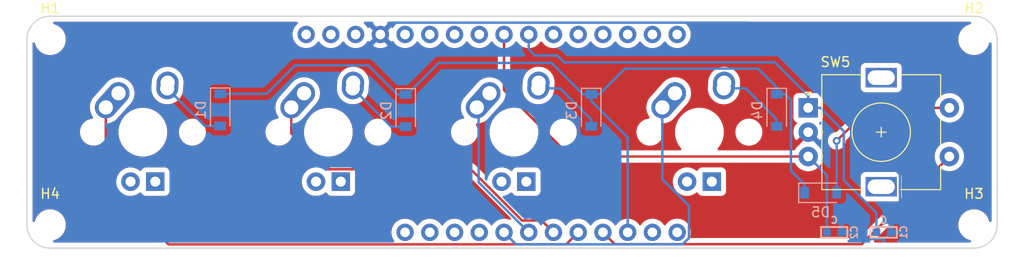
<source format=kicad_pcb>
(kicad_pcb (version 20171130) (host pcbnew "(5.1.4)-1")

  (general
    (thickness 1.6)
    (drawings 8)
    (tracks 94)
    (zones 0)
    (modules 17)
    (nets 15)
  )

  (page A4)
  (layers
    (0 F.Cu signal)
    (31 B.Cu signal)
    (32 B.Adhes user)
    (33 F.Adhes user)
    (34 B.Paste user)
    (35 F.Paste user)
    (36 B.SilkS user)
    (37 F.SilkS user)
    (38 B.Mask user)
    (39 F.Mask user)
    (40 Dwgs.User user)
    (41 Cmts.User user)
    (42 Eco1.User user)
    (43 Eco2.User user)
    (44 Edge.Cuts user)
    (45 Margin user)
    (46 B.CrtYd user)
    (47 F.CrtYd user)
    (48 B.Fab user)
    (49 F.Fab user)
  )

  (setup
    (last_trace_width 0.25)
    (trace_clearance 0.2)
    (zone_clearance 0.508)
    (zone_45_only no)
    (trace_min 0.2)
    (via_size 0.8)
    (via_drill 0.4)
    (via_min_size 0.4)
    (via_min_drill 0.3)
    (uvia_size 0.3)
    (uvia_drill 0.1)
    (uvias_allowed no)
    (uvia_min_size 0.2)
    (uvia_min_drill 0.1)
    (edge_width 0.05)
    (segment_width 0.2)
    (pcb_text_width 0.3)
    (pcb_text_size 1.5 1.5)
    (mod_edge_width 0.12)
    (mod_text_size 1 1)
    (mod_text_width 0.15)
    (pad_size 1.524 1.524)
    (pad_drill 0.762)
    (pad_to_mask_clearance 0.051)
    (solder_mask_min_width 0.25)
    (aux_axis_origin 0 0)
    (visible_elements FFFFFF7F)
    (pcbplotparams
      (layerselection 0x010fc_ffffffff)
      (usegerberextensions false)
      (usegerberattributes false)
      (usegerberadvancedattributes false)
      (creategerberjobfile false)
      (excludeedgelayer true)
      (linewidth 0.100000)
      (plotframeref false)
      (viasonmask false)
      (mode 1)
      (useauxorigin false)
      (hpglpennumber 1)
      (hpglpenspeed 20)
      (hpglpendiameter 15.000000)
      (psnegative false)
      (psa4output false)
      (plotreference true)
      (plotvalue true)
      (plotinvisibletext false)
      (padsonsilk false)
      (subtractmaskfromsilk false)
      (outputformat 1)
      (mirror false)
      (drillshape 1)
      (scaleselection 1)
      (outputdirectory ""))
  )

  (net 0 "")
  (net 1 GND)
  (net 2 RotA)
  (net 3 RotB)
  (net 4 "Net-(D1-Pad2)")
  (net 5 Row1)
  (net 6 "Net-(D2-Pad2)")
  (net 7 "Net-(D3-Pad2)")
  (net 8 "Net-(D4-Pad2)")
  (net 9 "Net-(D5-Pad2)")
  (net 10 Col1)
  (net 11 Col2)
  (net 12 Col3)
  (net 13 Col4)
  (net 14 Col5)

  (net_class Default "This is the default net class."
    (clearance 0.2)
    (trace_width 0.25)
    (via_dia 0.8)
    (via_drill 0.4)
    (uvia_dia 0.3)
    (uvia_drill 0.1)
    (add_net Col1)
    (add_net Col2)
    (add_net Col3)
    (add_net Col4)
    (add_net Col5)
    (add_net GND)
    (add_net "Net-(D1-Pad2)")
    (add_net "Net-(D2-Pad2)")
    (add_net "Net-(D3-Pad2)")
    (add_net "Net-(D4-Pad2)")
    (add_net "Net-(D5-Pad2)")
    (add_net RotA)
    (add_net RotB)
    (add_net Row1)
  )

  (module "Adafruit nRF52840 Bluefruit Feather Express Rev D:FEATHERWING_NODIM" (layer B.Cu) (tedit 5FFA37F7) (tstamp 5FFA6E9C)
    (at 178.689 19.304)
    (path /D29686E8)
    (fp_text reference MS1 (at 0 0) (layer B.SilkS) hide
      (effects (font (size 1.27 1.27) (thickness 0.15)) (justify mirror))
    )
    (fp_text value FEATHERWING_NODIM (at 0 0) (layer B.SilkS) hide
      (effects (font (size 1.27 1.27) (thickness 0.15)) (justify mirror))
    )
    (fp_arc (start 2.54 2.54) (end 0 2.54) (angle 90) (layer B.Fab) (width 0.1))
    (fp_line (start 0 9.144) (end 0 2.54) (layer B.Fab) (width 0.1))
    (fp_line (start 0.508 9.652) (end 0 9.144) (layer B.Fab) (width 0.1))
    (fp_line (start 0.508 13.208) (end 0.508 9.652) (layer B.Fab) (width 0.1))
    (fp_line (start 0 13.716) (end 0.508 13.208) (layer B.Fab) (width 0.1))
    (fp_line (start 0 20.32) (end 0 13.716) (layer B.Fab) (width 0.1))
    (fp_arc (start 2.54 20.32) (end 2.54 22.86) (angle 90) (layer B.Fab) (width 0.1))
    (fp_line (start 48.26 22.86) (end 2.54 22.86) (layer B.Fab) (width 0.1))
    (fp_arc (start 48.26 20.32) (end 50.8 20.32) (angle 90) (layer B.Fab) (width 0.1))
    (fp_line (start 50.8 2.54) (end 50.8 20.32) (layer B.Fab) (width 0.1))
    (fp_arc (start 48.26 2.54) (end 48.26 0) (angle 90) (layer B.Fab) (width 0.1))
    (fp_line (start 2.54 0) (end 48.26 0) (layer B.Fab) (width 0.1))
    (pad 1 thru_hole circle (at 6.35 1.27) (size 1.778 1.778) (drill 1) (layers *.Cu *.Mask)
      (solder_mask_margin 0.0508))
    (pad 2 thru_hole circle (at 8.89 1.27) (size 1.778 1.778) (drill 1) (layers *.Cu *.Mask)
      (solder_mask_margin 0.0508))
    (pad 3 thru_hole circle (at 11.43 1.27) (size 1.778 1.778) (drill 1) (layers *.Cu *.Mask)
      (solder_mask_margin 0.0508))
    (pad 4 thru_hole circle (at 13.97 1.27) (size 1.778 1.778) (drill 1) (layers *.Cu *.Mask)
      (net 1 GND) (solder_mask_margin 0.0508))
    (pad 16 thru_hole circle (at 44.45 1.27) (size 1.778 1.778) (drill 1) (layers *.Cu *.Mask)
      (solder_mask_margin 0.0508))
    (pad 15 thru_hole circle (at 41.91 1.27) (size 1.778 1.778) (drill 1) (layers *.Cu *.Mask)
      (solder_mask_margin 0.0508))
    (pad 14 thru_hole circle (at 39.37 1.27) (size 1.778 1.778) (drill 1) (layers *.Cu *.Mask)
      (solder_mask_margin 0.0508))
    (pad 13 thru_hole circle (at 36.83 1.27) (size 1.778 1.778) (drill 1) (layers *.Cu *.Mask)
      (solder_mask_margin 0.0508))
    (pad 12 thru_hole circle (at 34.29 1.27) (size 1.778 1.778) (drill 1) (layers *.Cu *.Mask)
      (solder_mask_margin 0.0508))
    (pad 11 thru_hole circle (at 31.75 1.27) (size 1.778 1.778) (drill 1) (layers *.Cu *.Mask)
      (solder_mask_margin 0.0508))
    (pad 10 thru_hole circle (at 29.21 1.27) (size 1.778 1.778) (drill 1) (layers *.Cu *.Mask)
      (net 2 RotA) (solder_mask_margin 0.0508))
    (pad 9 thru_hole circle (at 26.67 1.27) (size 1.778 1.778) (drill 1) (layers *.Cu *.Mask)
      (net 3 RotB) (solder_mask_margin 0.0508))
    (pad 8 thru_hole circle (at 24.13 1.27) (size 1.778 1.778) (drill 1) (layers *.Cu *.Mask)
      (solder_mask_margin 0.0508))
    (pad 7 thru_hole circle (at 21.59 1.27) (size 1.778 1.778) (drill 1) (layers *.Cu *.Mask)
      (solder_mask_margin 0.0508))
    (pad 6 thru_hole circle (at 19.05 1.27) (size 1.778 1.778) (drill 1) (layers *.Cu *.Mask)
      (solder_mask_margin 0.0508))
    (pad 5 thru_hole circle (at 16.51 1.27) (size 1.778 1.778) (drill 1) (layers *.Cu *.Mask)
      (solder_mask_margin 0.0508))
    (pad 17 thru_hole circle (at 44.45 21.59) (size 1.778 1.778) (drill 1) (layers *.Cu *.Mask)
      (solder_mask_margin 0.0508))
    (pad 18 thru_hole circle (at 41.91 21.59) (size 1.778 1.778) (drill 1) (layers *.Cu *.Mask)
      (solder_mask_margin 0.0508))
    (pad 19 thru_hole circle (at 39.37 21.59) (size 1.778 1.778) (drill 1) (layers *.Cu *.Mask)
      (net 5 Row1) (solder_mask_margin 0.0508))
    (pad 20 thru_hole circle (at 36.83 21.59) (size 1.778 1.778) (drill 1) (layers *.Cu *.Mask)
      (net 10 Col1) (solder_mask_margin 0.0508))
    (pad 21 thru_hole circle (at 34.29 21.59) (size 1.778 1.778) (drill 1) (layers *.Cu *.Mask)
      (net 11 Col2) (solder_mask_margin 0.0508))
    (pad 22 thru_hole circle (at 31.75 21.59) (size 1.778 1.778) (drill 1) (layers *.Cu *.Mask)
      (net 12 Col3) (solder_mask_margin 0.0508))
    (pad 23 thru_hole circle (at 29.21 21.59) (size 1.778 1.778) (drill 1) (layers *.Cu *.Mask)
      (net 13 Col4) (solder_mask_margin 0.0508))
    (pad 24 thru_hole circle (at 26.67 21.59) (size 1.778 1.778) (drill 1) (layers *.Cu *.Mask)
      (net 14 Col5) (solder_mask_margin 0.0508))
    (pad 25 thru_hole circle (at 24.13 21.59) (size 1.778 1.778) (drill 1) (layers *.Cu *.Mask)
      (solder_mask_margin 0.0508))
    (pad 26 thru_hole circle (at 21.59 21.59) (size 1.778 1.778) (drill 1) (layers *.Cu *.Mask)
      (solder_mask_margin 0.0508))
    (pad 27 thru_hole circle (at 19.05 21.59) (size 1.778 1.778) (drill 1) (layers *.Cu *.Mask)
      (solder_mask_margin 0.0508))
    (pad 28 thru_hole circle (at 16.51 21.59) (size 1.778 1.778) (drill 1) (layers *.Cu *.Mask)
      (solder_mask_margin 0.0508))
  )

  (module Diode_SMD:D_SOD-123 (layer B.Cu) (tedit 58645DC7) (tstamp 5FFAB999)
    (at 237.871 36.83)
    (descr SOD-123)
    (tags SOD-123)
    (path /5FFAE94E)
    (attr smd)
    (fp_text reference D5 (at 0 2) (layer B.SilkS)
      (effects (font (size 1 1) (thickness 0.15)) (justify mirror))
    )
    (fp_text value D (at 0 -2.1) (layer B.Fab)
      (effects (font (size 1 1) (thickness 0.15)) (justify mirror))
    )
    (fp_text user %R (at 0 2) (layer B.Fab)
      (effects (font (size 1 1) (thickness 0.15)) (justify mirror))
    )
    (fp_line (start -2.25 1) (end -2.25 -1) (layer B.SilkS) (width 0.12))
    (fp_line (start 0.25 0) (end 0.75 0) (layer B.Fab) (width 0.1))
    (fp_line (start 0.25 -0.4) (end -0.35 0) (layer B.Fab) (width 0.1))
    (fp_line (start 0.25 0.4) (end 0.25 -0.4) (layer B.Fab) (width 0.1))
    (fp_line (start -0.35 0) (end 0.25 0.4) (layer B.Fab) (width 0.1))
    (fp_line (start -0.35 0) (end -0.35 -0.55) (layer B.Fab) (width 0.1))
    (fp_line (start -0.35 0) (end -0.35 0.55) (layer B.Fab) (width 0.1))
    (fp_line (start -0.75 0) (end -0.35 0) (layer B.Fab) (width 0.1))
    (fp_line (start -1.4 -0.9) (end -1.4 0.9) (layer B.Fab) (width 0.1))
    (fp_line (start 1.4 -0.9) (end -1.4 -0.9) (layer B.Fab) (width 0.1))
    (fp_line (start 1.4 0.9) (end 1.4 -0.9) (layer B.Fab) (width 0.1))
    (fp_line (start -1.4 0.9) (end 1.4 0.9) (layer B.Fab) (width 0.1))
    (fp_line (start -2.35 1.15) (end 2.35 1.15) (layer B.CrtYd) (width 0.05))
    (fp_line (start 2.35 1.15) (end 2.35 -1.15) (layer B.CrtYd) (width 0.05))
    (fp_line (start 2.35 -1.15) (end -2.35 -1.15) (layer B.CrtYd) (width 0.05))
    (fp_line (start -2.35 1.15) (end -2.35 -1.15) (layer B.CrtYd) (width 0.05))
    (fp_line (start -2.25 -1) (end 1.65 -1) (layer B.SilkS) (width 0.12))
    (fp_line (start -2.25 1) (end 1.65 1) (layer B.SilkS) (width 0.12))
    (pad 1 smd rect (at -1.65 0) (size 0.9 1.2) (layers B.Cu B.Paste B.Mask)
      (net 5 Row1))
    (pad 2 smd rect (at 1.65 0) (size 0.9 1.2) (layers B.Cu B.Paste B.Mask)
      (net 9 "Net-(D5-Pad2)"))
    (model ${KISYS3DMOD}/Diode_SMD.3dshapes/D_SOD-123.wrl
      (at (xyz 0 0 0))
      (scale (xyz 1 1 1))
      (rotate (xyz 0 0 0))
    )
  )

  (module Keebio-Parts:C_0603 (layer B.Cu) (tedit 5D536D34) (tstamp 5FFADB30)
    (at 239.268 40.894 180)
    (descr "SMT, 1608, 0603")
    (tags "SMT, 1608, 0603")
    (path /5FFFD5BF)
    (attr smd)
    (fp_text reference C2 (at -2.05 0 270) (layer B.SilkS)
      (effects (font (size 0.7 0.7) (thickness 0.15)) (justify mirror))
    )
    (fp_text value C (at 0 1.25) (layer B.SilkS)
      (effects (font (size 0.7 0.7) (thickness 0.15)) (justify mirror))
    )
    (fp_line (start -1.35 0.55) (end 1.35 0.55) (layer B.SilkS) (width 0.2))
    (fp_line (start 1.35 0.55) (end 1.35 -0.55) (layer B.SilkS) (width 0.2))
    (fp_line (start 1.35 -0.55) (end -1.35 -0.55) (layer B.SilkS) (width 0.2))
    (fp_line (start -1.35 -0.55) (end -1.35 0.55) (layer B.SilkS) (width 0.2))
    (pad 1 smd rect (at -0.75 0 180) (size 0.8 0.75) (layers B.Cu B.Paste B.Mask)
      (net 1 GND) (clearance 0.1))
    (pad 2 smd rect (at 0.75 0 180) (size 0.8 0.75) (layers B.Cu B.Paste B.Mask)
      (net 3 RotB) (clearance 0.1))
    (model ${KISYS3DMOD}/Capacitor_SMD.3dshapes/C_0603_1608Metric.step
      (at (xyz 0 0 0))
      (scale (xyz 1 1 1))
      (rotate (xyz 0 0 0))
    )
  )

  (module MountingHole:MountingHole_2.2mm_M2 (layer F.Cu) (tedit 56D1B4CB) (tstamp 5FFAB319)
    (at 158.75 40.132)
    (descr "Mounting Hole 2.2mm, no annular, M2")
    (tags "mounting hole 2.2mm no annular m2")
    (path /5FFC2DE3)
    (attr virtual)
    (fp_text reference H4 (at 0 -3.2) (layer F.SilkS)
      (effects (font (size 1 1) (thickness 0.15)))
    )
    (fp_text value MountingHole (at 0 3.2) (layer F.Fab)
      (effects (font (size 1 1) (thickness 0.15)))
    )
    (fp_circle (center 0 0) (end 2.45 0) (layer F.CrtYd) (width 0.05))
    (fp_circle (center 0 0) (end 2.2 0) (layer Cmts.User) (width 0.15))
    (fp_text user %R (at 0.146 0.146) (layer F.Fab)
      (effects (font (size 1 1) (thickness 0.15)))
    )
    (pad 1 np_thru_hole circle (at 0 0) (size 2.2 2.2) (drill 2.2) (layers *.Cu *.Mask))
  )

  (module MountingHole:MountingHole_2.2mm_M2 (layer F.Cu) (tedit 56D1B4CB) (tstamp 5FFAB388)
    (at 253.619 40.132)
    (descr "Mounting Hole 2.2mm, no annular, M2")
    (tags "mounting hole 2.2mm no annular m2")
    (path /5FFC2C30)
    (attr virtual)
    (fp_text reference H3 (at 0 -3.2) (layer F.SilkS)
      (effects (font (size 1 1) (thickness 0.15)))
    )
    (fp_text value MountingHole (at 0 3.2) (layer F.Fab)
      (effects (font (size 1 1) (thickness 0.15)))
    )
    (fp_text user %R (at 0.3 0) (layer F.Fab)
      (effects (font (size 1 1) (thickness 0.15)))
    )
    (fp_circle (center 0 0) (end 2.2 0) (layer Cmts.User) (width 0.15))
    (fp_circle (center 0 0) (end 2.45 0) (layer F.CrtYd) (width 0.05))
    (pad 1 np_thru_hole circle (at 0 0) (size 2.2 2.2) (drill 2.2) (layers *.Cu *.Mask))
  )

  (module MountingHole:MountingHole_2.2mm_M2 (layer F.Cu) (tedit 56D1B4CB) (tstamp 5FFAB358)
    (at 253.619 21.082)
    (descr "Mounting Hole 2.2mm, no annular, M2")
    (tags "mounting hole 2.2mm no annular m2")
    (path /5FFC26FB)
    (attr virtual)
    (fp_text reference H2 (at 0 -3.2) (layer F.SilkS)
      (effects (font (size 1 1) (thickness 0.15)))
    )
    (fp_text value MountingHole (at 0 3.2) (layer F.Fab)
      (effects (font (size 1 1) (thickness 0.15)))
    )
    (fp_circle (center 0 0) (end 2.45 0) (layer F.CrtYd) (width 0.05))
    (fp_circle (center 0 0) (end 2.2 0) (layer Cmts.User) (width 0.15))
    (fp_text user %R (at 0.3 0) (layer F.Fab)
      (effects (font (size 1 1) (thickness 0.15)))
    )
    (pad 1 np_thru_hole circle (at 0 0) (size 2.2 2.2) (drill 2.2) (layers *.Cu *.Mask))
  )

  (module MountingHole:MountingHole_2.2mm_M2 (layer F.Cu) (tedit 56D1B4CB) (tstamp 5FFAA439)
    (at 158.75 21.082)
    (descr "Mounting Hole 2.2mm, no annular, M2")
    (tags "mounting hole 2.2mm no annular m2")
    (path /5FFC16CE)
    (attr virtual)
    (fp_text reference H1 (at 0 -3.2) (layer F.SilkS)
      (effects (font (size 1 1) (thickness 0.15)))
    )
    (fp_text value MountingHole (at 0 3.2) (layer F.Fab)
      (effects (font (size 1 1) (thickness 0.15)))
    )
    (fp_circle (center 0 0) (end 2.45 0) (layer F.CrtYd) (width 0.05))
    (fp_circle (center 0 0) (end 2.2 0) (layer Cmts.User) (width 0.15))
    (fp_text user %R (at 0.3 0) (layer F.Fab)
      (effects (font (size 1 1) (thickness 0.15)))
    )
    (pad 1 np_thru_hole circle (at 0 0) (size 2.2 2.2) (drill 2.2) (layers *.Cu *.Mask))
  )

  (module Keebio-Parts:RotaryEncoder_Alps_EC11E-Switch_Vertical_H20mm (layer F.Cu) (tedit 5CA39399) (tstamp 5FFA83AC)
    (at 244.094 30.607)
    (descr "Alps rotary encoder, EC12E... with switch, vertical shaft, http://www.alps.com/prod/info/E/HTML/Encoder/Incremental/EC11/EC11E15204A3.html")
    (tags "rotary encoder")
    (path /5FFA3437)
    (fp_text reference SW5 (at -4.7 -7.2) (layer F.SilkS)
      (effects (font (size 1 1) (thickness 0.15)))
    )
    (fp_text value Rotary_Encoder_Switch (at 0 7.9) (layer F.Fab)
      (effects (font (size 1 1) (thickness 0.15)))
    )
    (fp_text user %R (at 3.6 3.8) (layer F.Fab)
      (effects (font (size 1 1) (thickness 0.15)))
    )
    (fp_line (start -0.5 0) (end 0.5 0) (layer F.SilkS) (width 0.12))
    (fp_line (start 0 -0.5) (end 0 0.5) (layer F.SilkS) (width 0.12))
    (fp_line (start 6.1 3.5) (end 6.1 5.9) (layer F.SilkS) (width 0.12))
    (fp_line (start 6.1 -1.3) (end 6.1 1.3) (layer F.SilkS) (width 0.12))
    (fp_line (start 6.1 -5.9) (end 6.1 -3.5) (layer F.SilkS) (width 0.12))
    (fp_line (start -3 0) (end 3 0) (layer F.Fab) (width 0.12))
    (fp_line (start 0 -3) (end 0 3) (layer F.Fab) (width 0.12))
    (fp_line (start -7.2 -4.1) (end -7.5 -3.8) (layer F.SilkS) (width 0.12))
    (fp_line (start -7.8 -4.1) (end -7.2 -4.1) (layer F.SilkS) (width 0.12))
    (fp_line (start -7.5 -3.8) (end -7.8 -4.1) (layer F.SilkS) (width 0.12))
    (fp_line (start -6.1 -5.9) (end -6.1 5.9) (layer F.SilkS) (width 0.12))
    (fp_line (start -2 -5.9) (end -6.1 -5.9) (layer F.SilkS) (width 0.12))
    (fp_line (start -2 5.9) (end -6.1 5.9) (layer F.SilkS) (width 0.12))
    (fp_line (start 6.1 5.9) (end 2 5.9) (layer F.SilkS) (width 0.12))
    (fp_line (start 2 -5.9) (end 6.1 -5.9) (layer F.SilkS) (width 0.12))
    (fp_line (start -6 -4.7) (end -5 -5.8) (layer F.Fab) (width 0.12))
    (fp_line (start -6 5.8) (end -6 -4.7) (layer F.Fab) (width 0.12))
    (fp_line (start 6 5.8) (end -6 5.8) (layer F.Fab) (width 0.12))
    (fp_line (start 6 -5.8) (end 6 5.8) (layer F.Fab) (width 0.12))
    (fp_line (start -5 -5.8) (end 6 -5.8) (layer F.Fab) (width 0.12))
    (fp_line (start -9 -7.1) (end 8.5 -7.1) (layer F.CrtYd) (width 0.05))
    (fp_line (start -9 -7.1) (end -9 7.1) (layer F.CrtYd) (width 0.05))
    (fp_line (start 8.5 7.1) (end 8.5 -7.1) (layer F.CrtYd) (width 0.05))
    (fp_line (start 8.5 7.1) (end -9 7.1) (layer F.CrtYd) (width 0.05))
    (fp_circle (center 0 0) (end 3 0) (layer F.SilkS) (width 0.12))
    (fp_circle (center 0 0) (end 3 0) (layer F.Fab) (width 0.12))
    (pad S1 thru_hole circle (at 7 2.5) (size 2 2) (drill 1) (layers *.Cu *.Mask)
      (net 10 Col1))
    (pad S2 thru_hole circle (at 7 -2.5) (size 2 2) (drill 1) (layers *.Cu *.Mask)
      (net 9 "Net-(D5-Pad2)"))
    (pad MP thru_hole rect (at 0 5.6) (size 3.2 2) (drill oval 2.8 1.5) (layers *.Cu *.Mask))
    (pad MP thru_hole rect (at 0 -5.6) (size 3.2 2) (drill oval 2.8 1.5) (layers *.Cu *.Mask))
    (pad B thru_hole circle (at -7.5 2.5) (size 2 2) (drill 1) (layers *.Cu *.Mask)
      (net 3 RotB))
    (pad C thru_hole circle (at -7.5 0) (size 2 2) (drill 1) (layers *.Cu *.Mask)
      (net 1 GND))
    (pad A thru_hole rect (at -7.5 -2.5) (size 2 2) (drill 1) (layers *.Cu *.Mask)
      (net 2 RotA))
    (model ${KISYS3DMOD}/Rotary_Encoder.3dshapes/RotaryEncoder_Alps_EC11E-Switch_Vertical_H20mm.wrl
      (at (xyz 0 0 0))
      (scale (xyz 1 1 1))
      (rotate (xyz 0 0 0))
    )
  )

  (module MX_Alps_Hybrid:MX-1U (layer F.Cu) (tedit 5A9F3A9A) (tstamp 5FFA7C40)
    (at 225.425 30.607)
    (path /6002379C)
    (fp_text reference SW4 (at 0 3.175) (layer Dwgs.User)
      (effects (font (size 1 1) (thickness 0.15)))
    )
    (fp_text value SW_Push (at 0 -7.9375) (layer Dwgs.User)
      (effects (font (size 1 1) (thickness 0.15)))
    )
    (fp_line (start -9.525 9.525) (end -9.525 -9.525) (layer Dwgs.User) (width 0.15))
    (fp_line (start 9.525 9.525) (end -9.525 9.525) (layer Dwgs.User) (width 0.15))
    (fp_line (start 9.525 -9.525) (end 9.525 9.525) (layer Dwgs.User) (width 0.15))
    (fp_line (start -9.525 -9.525) (end 9.525 -9.525) (layer Dwgs.User) (width 0.15))
    (fp_line (start -7 -7) (end -7 -5) (layer Dwgs.User) (width 0.15))
    (fp_line (start -5 -7) (end -7 -7) (layer Dwgs.User) (width 0.15))
    (fp_line (start -7 7) (end -5 7) (layer Dwgs.User) (width 0.15))
    (fp_line (start -7 5) (end -7 7) (layer Dwgs.User) (width 0.15))
    (fp_line (start 7 7) (end 7 5) (layer Dwgs.User) (width 0.15))
    (fp_line (start 5 7) (end 7 7) (layer Dwgs.User) (width 0.15))
    (fp_line (start 7 -7) (end 7 -5) (layer Dwgs.User) (width 0.15))
    (fp_line (start 5 -7) (end 7 -7) (layer Dwgs.User) (width 0.15))
    (pad "" np_thru_hole circle (at 5.08 0 48.0996) (size 1.75 1.75) (drill 1.75) (layers *.Cu *.Mask))
    (pad "" np_thru_hole circle (at -5.08 0 48.0996) (size 1.75 1.75) (drill 1.75) (layers *.Cu *.Mask))
    (pad 4 thru_hole rect (at 1.27 5.08) (size 1.905 1.905) (drill 1.04) (layers *.Cu B.Mask))
    (pad 3 thru_hole circle (at -1.27 5.08) (size 1.905 1.905) (drill 1.04) (layers *.Cu B.Mask))
    (pad 1 thru_hole circle (at -2.5 -4) (size 2.25 2.25) (drill 1.47) (layers *.Cu B.Mask)
      (net 14 Col5))
    (pad "" np_thru_hole circle (at 0 0) (size 3.9878 3.9878) (drill 3.9878) (layers *.Cu *.Mask))
    (pad 1 thru_hole oval (at -3.81 -2.54 48.0996) (size 4.211556 2.25) (drill 1.47 (offset 0.980778 0)) (layers *.Cu B.Mask)
      (net 14 Col5))
    (pad 2 thru_hole circle (at 2.54 -5.08) (size 2.25 2.25) (drill 1.47) (layers *.Cu B.Mask)
      (net 8 "Net-(D4-Pad2)"))
    (pad 2 thru_hole oval (at 2.5 -4.5 86.0548) (size 2.831378 2.25) (drill 1.47 (offset 0.290689 0)) (layers *.Cu B.Mask)
      (net 8 "Net-(D4-Pad2)"))
  )

  (module MX_Alps_Hybrid:MX-1U (layer F.Cu) (tedit 5A9F3A9A) (tstamp 5FFAB7B9)
    (at 206.375 30.607)
    (path /600231AC)
    (fp_text reference SW3 (at 0 3.175) (layer Dwgs.User)
      (effects (font (size 1 1) (thickness 0.15)))
    )
    (fp_text value SW_Push (at 0 -7.9375) (layer Dwgs.User)
      (effects (font (size 1 1) (thickness 0.15)))
    )
    (fp_line (start -9.525 9.525) (end -9.525 -9.525) (layer Dwgs.User) (width 0.15))
    (fp_line (start 9.525 9.525) (end -9.525 9.525) (layer Dwgs.User) (width 0.15))
    (fp_line (start 9.525 -9.525) (end 9.525 9.525) (layer Dwgs.User) (width 0.15))
    (fp_line (start -9.525 -9.525) (end 9.525 -9.525) (layer Dwgs.User) (width 0.15))
    (fp_line (start -7 -7) (end -7 -5) (layer Dwgs.User) (width 0.15))
    (fp_line (start -5 -7) (end -7 -7) (layer Dwgs.User) (width 0.15))
    (fp_line (start -7 7) (end -5 7) (layer Dwgs.User) (width 0.15))
    (fp_line (start -7 5) (end -7 7) (layer Dwgs.User) (width 0.15))
    (fp_line (start 7 7) (end 7 5) (layer Dwgs.User) (width 0.15))
    (fp_line (start 5 7) (end 7 7) (layer Dwgs.User) (width 0.15))
    (fp_line (start 7 -7) (end 7 -5) (layer Dwgs.User) (width 0.15))
    (fp_line (start 5 -7) (end 7 -7) (layer Dwgs.User) (width 0.15))
    (pad "" np_thru_hole circle (at 5.08 0 48.0996) (size 1.75 1.75) (drill 1.75) (layers *.Cu *.Mask))
    (pad "" np_thru_hole circle (at -5.08 0 48.0996) (size 1.75 1.75) (drill 1.75) (layers *.Cu *.Mask))
    (pad 4 thru_hole rect (at 1.27 5.08) (size 1.905 1.905) (drill 1.04) (layers *.Cu B.Mask))
    (pad 3 thru_hole circle (at -1.27 5.08) (size 1.905 1.905) (drill 1.04) (layers *.Cu B.Mask))
    (pad 1 thru_hole circle (at -2.5 -4) (size 2.25 2.25) (drill 1.47) (layers *.Cu B.Mask)
      (net 13 Col4))
    (pad "" np_thru_hole circle (at 0 0) (size 3.9878 3.9878) (drill 3.9878) (layers *.Cu *.Mask))
    (pad 1 thru_hole oval (at -3.81 -2.54 48.0996) (size 4.211556 2.25) (drill 1.47 (offset 0.980778 0)) (layers *.Cu B.Mask)
      (net 13 Col4))
    (pad 2 thru_hole circle (at 2.54 -5.08) (size 2.25 2.25) (drill 1.47) (layers *.Cu B.Mask)
      (net 7 "Net-(D3-Pad2)"))
    (pad 2 thru_hole oval (at 2.5 -4.5 86.0548) (size 2.831378 2.25) (drill 1.47 (offset 0.290689 0)) (layers *.Cu B.Mask)
      (net 7 "Net-(D3-Pad2)"))
  )

  (module MX_Alps_Hybrid:MX-1U (layer F.Cu) (tedit 5A9F3A9A) (tstamp 5FFAB801)
    (at 187.325 30.607)
    (path /60022BE2)
    (fp_text reference SW2 (at 0 3.175) (layer Dwgs.User)
      (effects (font (size 1 1) (thickness 0.15)))
    )
    (fp_text value SW_Push (at 0 -7.9375) (layer Dwgs.User)
      (effects (font (size 1 1) (thickness 0.15)))
    )
    (fp_line (start -9.525 9.525) (end -9.525 -9.525) (layer Dwgs.User) (width 0.15))
    (fp_line (start 9.525 9.525) (end -9.525 9.525) (layer Dwgs.User) (width 0.15))
    (fp_line (start 9.525 -9.525) (end 9.525 9.525) (layer Dwgs.User) (width 0.15))
    (fp_line (start -9.525 -9.525) (end 9.525 -9.525) (layer Dwgs.User) (width 0.15))
    (fp_line (start -7 -7) (end -7 -5) (layer Dwgs.User) (width 0.15))
    (fp_line (start -5 -7) (end -7 -7) (layer Dwgs.User) (width 0.15))
    (fp_line (start -7 7) (end -5 7) (layer Dwgs.User) (width 0.15))
    (fp_line (start -7 5) (end -7 7) (layer Dwgs.User) (width 0.15))
    (fp_line (start 7 7) (end 7 5) (layer Dwgs.User) (width 0.15))
    (fp_line (start 5 7) (end 7 7) (layer Dwgs.User) (width 0.15))
    (fp_line (start 7 -7) (end 7 -5) (layer Dwgs.User) (width 0.15))
    (fp_line (start 5 -7) (end 7 -7) (layer Dwgs.User) (width 0.15))
    (pad "" np_thru_hole circle (at 5.08 0 48.0996) (size 1.75 1.75) (drill 1.75) (layers *.Cu *.Mask))
    (pad "" np_thru_hole circle (at -5.08 0 48.0996) (size 1.75 1.75) (drill 1.75) (layers *.Cu *.Mask))
    (pad 4 thru_hole rect (at 1.27 5.08) (size 1.905 1.905) (drill 1.04) (layers *.Cu B.Mask))
    (pad 3 thru_hole circle (at -1.27 5.08) (size 1.905 1.905) (drill 1.04) (layers *.Cu B.Mask))
    (pad 1 thru_hole circle (at -2.5 -4) (size 2.25 2.25) (drill 1.47) (layers *.Cu B.Mask)
      (net 12 Col3))
    (pad "" np_thru_hole circle (at 0 0) (size 3.9878 3.9878) (drill 3.9878) (layers *.Cu *.Mask))
    (pad 1 thru_hole oval (at -3.81 -2.54 48.0996) (size 4.211556 2.25) (drill 1.47 (offset 0.980778 0)) (layers *.Cu B.Mask)
      (net 12 Col3))
    (pad 2 thru_hole circle (at 2.54 -5.08) (size 2.25 2.25) (drill 1.47) (layers *.Cu B.Mask)
      (net 6 "Net-(D2-Pad2)"))
    (pad 2 thru_hole oval (at 2.5 -4.5 86.0548) (size 2.831378 2.25) (drill 1.47 (offset 0.290689 0)) (layers *.Cu B.Mask)
      (net 6 "Net-(D2-Pad2)"))
  )

  (module MX_Alps_Hybrid:MX-1U (layer F.Cu) (tedit 5A9F3A9A) (tstamp 5FFAAF09)
    (at 168.275 30.607)
    (path /5FE4779F)
    (fp_text reference SW1 (at 0 3.175) (layer Dwgs.User)
      (effects (font (size 1 1) (thickness 0.15)))
    )
    (fp_text value SW_Push (at 0 -7.9375) (layer Dwgs.User)
      (effects (font (size 1 1) (thickness 0.15)))
    )
    (fp_line (start -9.525 9.525) (end -9.525 -9.525) (layer Dwgs.User) (width 0.15))
    (fp_line (start 9.525 9.525) (end -9.525 9.525) (layer Dwgs.User) (width 0.15))
    (fp_line (start 9.525 -9.525) (end 9.525 9.525) (layer Dwgs.User) (width 0.15))
    (fp_line (start -9.525 -9.525) (end 9.525 -9.525) (layer Dwgs.User) (width 0.15))
    (fp_line (start -7 -7) (end -7 -5) (layer Dwgs.User) (width 0.15))
    (fp_line (start -5 -7) (end -7 -7) (layer Dwgs.User) (width 0.15))
    (fp_line (start -7 7) (end -5 7) (layer Dwgs.User) (width 0.15))
    (fp_line (start -7 5) (end -7 7) (layer Dwgs.User) (width 0.15))
    (fp_line (start 7 7) (end 7 5) (layer Dwgs.User) (width 0.15))
    (fp_line (start 5 7) (end 7 7) (layer Dwgs.User) (width 0.15))
    (fp_line (start 7 -7) (end 7 -5) (layer Dwgs.User) (width 0.15))
    (fp_line (start 5 -7) (end 7 -7) (layer Dwgs.User) (width 0.15))
    (pad "" np_thru_hole circle (at 5.08 0 48.0996) (size 1.75 1.75) (drill 1.75) (layers *.Cu *.Mask))
    (pad "" np_thru_hole circle (at -5.08 0 48.0996) (size 1.75 1.75) (drill 1.75) (layers *.Cu *.Mask))
    (pad 4 thru_hole rect (at 1.27 5.08) (size 1.905 1.905) (drill 1.04) (layers *.Cu B.Mask))
    (pad 3 thru_hole circle (at -1.27 5.08) (size 1.905 1.905) (drill 1.04) (layers *.Cu B.Mask))
    (pad 1 thru_hole circle (at -2.5 -4) (size 2.25 2.25) (drill 1.47) (layers *.Cu B.Mask)
      (net 11 Col2))
    (pad "" np_thru_hole circle (at 0 0) (size 3.9878 3.9878) (drill 3.9878) (layers *.Cu *.Mask))
    (pad 1 thru_hole oval (at -3.81 -2.54 48.0996) (size 4.211556 2.25) (drill 1.47 (offset 0.980778 0)) (layers *.Cu B.Mask)
      (net 11 Col2))
    (pad 2 thru_hole circle (at 2.54 -5.08) (size 2.25 2.25) (drill 1.47) (layers *.Cu B.Mask)
      (net 4 "Net-(D1-Pad2)"))
    (pad 2 thru_hole oval (at 2.5 -4.5 86.0548) (size 2.831378 2.25) (drill 1.47 (offset 0.290689 0)) (layers *.Cu B.Mask)
      (net 4 "Net-(D1-Pad2)"))
  )

  (module Diode_SMD:D_SOD-123 (layer B.Cu) (tedit 58645DC7) (tstamp 5FFAB9E1)
    (at 233.3625 28.35275 270)
    (descr SOD-123)
    (tags SOD-123)
    (path /5FE6D9B2)
    (attr smd)
    (fp_text reference D4 (at 0 2 270) (layer B.SilkS)
      (effects (font (size 1 1) (thickness 0.15)) (justify mirror))
    )
    (fp_text value D (at 0 -2.1 270) (layer B.Fab)
      (effects (font (size 1 1) (thickness 0.15)) (justify mirror))
    )
    (fp_line (start -2.25 1) (end 1.65 1) (layer B.SilkS) (width 0.12))
    (fp_line (start -2.25 -1) (end 1.65 -1) (layer B.SilkS) (width 0.12))
    (fp_line (start -2.35 1.15) (end -2.35 -1.15) (layer B.CrtYd) (width 0.05))
    (fp_line (start 2.35 -1.15) (end -2.35 -1.15) (layer B.CrtYd) (width 0.05))
    (fp_line (start 2.35 1.15) (end 2.35 -1.15) (layer B.CrtYd) (width 0.05))
    (fp_line (start -2.35 1.15) (end 2.35 1.15) (layer B.CrtYd) (width 0.05))
    (fp_line (start -1.4 0.9) (end 1.4 0.9) (layer B.Fab) (width 0.1))
    (fp_line (start 1.4 0.9) (end 1.4 -0.9) (layer B.Fab) (width 0.1))
    (fp_line (start 1.4 -0.9) (end -1.4 -0.9) (layer B.Fab) (width 0.1))
    (fp_line (start -1.4 -0.9) (end -1.4 0.9) (layer B.Fab) (width 0.1))
    (fp_line (start -0.75 0) (end -0.35 0) (layer B.Fab) (width 0.1))
    (fp_line (start -0.35 0) (end -0.35 0.55) (layer B.Fab) (width 0.1))
    (fp_line (start -0.35 0) (end -0.35 -0.55) (layer B.Fab) (width 0.1))
    (fp_line (start -0.35 0) (end 0.25 0.4) (layer B.Fab) (width 0.1))
    (fp_line (start 0.25 0.4) (end 0.25 -0.4) (layer B.Fab) (width 0.1))
    (fp_line (start 0.25 -0.4) (end -0.35 0) (layer B.Fab) (width 0.1))
    (fp_line (start 0.25 0) (end 0.75 0) (layer B.Fab) (width 0.1))
    (fp_line (start -2.25 1) (end -2.25 -1) (layer B.SilkS) (width 0.12))
    (fp_text user %R (at 0 2 270) (layer B.Fab)
      (effects (font (size 1 1) (thickness 0.15)) (justify mirror))
    )
    (pad 2 smd rect (at 1.65 0 270) (size 0.9 1.2) (layers B.Cu B.Paste B.Mask)
      (net 8 "Net-(D4-Pad2)"))
    (pad 1 smd rect (at -1.65 0 270) (size 0.9 1.2) (layers B.Cu B.Paste B.Mask)
      (net 5 Row1))
    (model ${KISYS3DMOD}/Diode_SMD.3dshapes/D_SOD-123.wrl
      (at (xyz 0 0 0))
      (scale (xyz 1 1 1))
      (rotate (xyz 0 0 0))
    )
  )

  (module Diode_SMD:D_SOD-123 (layer B.Cu) (tedit 58645DC7) (tstamp 5FFAB951)
    (at 214.3125 28.35275 270)
    (descr SOD-123)
    (tags SOD-123)
    (path /5FE6CDCC)
    (attr smd)
    (fp_text reference D3 (at 0 2 270) (layer B.SilkS)
      (effects (font (size 1 1) (thickness 0.15)) (justify mirror))
    )
    (fp_text value D (at 0 -2.1 270) (layer B.Fab)
      (effects (font (size 1 1) (thickness 0.15)) (justify mirror))
    )
    (fp_line (start -2.25 1) (end 1.65 1) (layer B.SilkS) (width 0.12))
    (fp_line (start -2.25 -1) (end 1.65 -1) (layer B.SilkS) (width 0.12))
    (fp_line (start -2.35 1.15) (end -2.35 -1.15) (layer B.CrtYd) (width 0.05))
    (fp_line (start 2.35 -1.15) (end -2.35 -1.15) (layer B.CrtYd) (width 0.05))
    (fp_line (start 2.35 1.15) (end 2.35 -1.15) (layer B.CrtYd) (width 0.05))
    (fp_line (start -2.35 1.15) (end 2.35 1.15) (layer B.CrtYd) (width 0.05))
    (fp_line (start -1.4 0.9) (end 1.4 0.9) (layer B.Fab) (width 0.1))
    (fp_line (start 1.4 0.9) (end 1.4 -0.9) (layer B.Fab) (width 0.1))
    (fp_line (start 1.4 -0.9) (end -1.4 -0.9) (layer B.Fab) (width 0.1))
    (fp_line (start -1.4 -0.9) (end -1.4 0.9) (layer B.Fab) (width 0.1))
    (fp_line (start -0.75 0) (end -0.35 0) (layer B.Fab) (width 0.1))
    (fp_line (start -0.35 0) (end -0.35 0.55) (layer B.Fab) (width 0.1))
    (fp_line (start -0.35 0) (end -0.35 -0.55) (layer B.Fab) (width 0.1))
    (fp_line (start -0.35 0) (end 0.25 0.4) (layer B.Fab) (width 0.1))
    (fp_line (start 0.25 0.4) (end 0.25 -0.4) (layer B.Fab) (width 0.1))
    (fp_line (start 0.25 -0.4) (end -0.35 0) (layer B.Fab) (width 0.1))
    (fp_line (start 0.25 0) (end 0.75 0) (layer B.Fab) (width 0.1))
    (fp_line (start -2.25 1) (end -2.25 -1) (layer B.SilkS) (width 0.12))
    (fp_text user %R (at 0 2 270) (layer B.Fab)
      (effects (font (size 1 1) (thickness 0.15)) (justify mirror))
    )
    (pad 2 smd rect (at 1.65 0 270) (size 0.9 1.2) (layers B.Cu B.Paste B.Mask)
      (net 7 "Net-(D3-Pad2)"))
    (pad 1 smd rect (at -1.65 0 270) (size 0.9 1.2) (layers B.Cu B.Paste B.Mask)
      (net 5 Row1))
    (model ${KISYS3DMOD}/Diode_SMD.3dshapes/D_SOD-123.wrl
      (at (xyz 0 0 0))
      (scale (xyz 1 1 1))
      (rotate (xyz 0 0 0))
    )
  )

  (module Diode_SMD:D_SOD-123 (layer B.Cu) (tedit 58645DC7) (tstamp 5FFABA29)
    (at 195.2625 28.3845 270)
    (descr SOD-123)
    (tags SOD-123)
    (path /5FE6C26D)
    (attr smd)
    (fp_text reference D2 (at 0 2 270) (layer B.SilkS)
      (effects (font (size 1 1) (thickness 0.15)) (justify mirror))
    )
    (fp_text value D (at 0 -2.1 270) (layer B.Fab)
      (effects (font (size 1 1) (thickness 0.15)) (justify mirror))
    )
    (fp_line (start -2.25 1) (end 1.65 1) (layer B.SilkS) (width 0.12))
    (fp_line (start -2.25 -1) (end 1.65 -1) (layer B.SilkS) (width 0.12))
    (fp_line (start -2.35 1.15) (end -2.35 -1.15) (layer B.CrtYd) (width 0.05))
    (fp_line (start 2.35 -1.15) (end -2.35 -1.15) (layer B.CrtYd) (width 0.05))
    (fp_line (start 2.35 1.15) (end 2.35 -1.15) (layer B.CrtYd) (width 0.05))
    (fp_line (start -2.35 1.15) (end 2.35 1.15) (layer B.CrtYd) (width 0.05))
    (fp_line (start -1.4 0.9) (end 1.4 0.9) (layer B.Fab) (width 0.1))
    (fp_line (start 1.4 0.9) (end 1.4 -0.9) (layer B.Fab) (width 0.1))
    (fp_line (start 1.4 -0.9) (end -1.4 -0.9) (layer B.Fab) (width 0.1))
    (fp_line (start -1.4 -0.9) (end -1.4 0.9) (layer B.Fab) (width 0.1))
    (fp_line (start -0.75 0) (end -0.35 0) (layer B.Fab) (width 0.1))
    (fp_line (start -0.35 0) (end -0.35 0.55) (layer B.Fab) (width 0.1))
    (fp_line (start -0.35 0) (end -0.35 -0.55) (layer B.Fab) (width 0.1))
    (fp_line (start -0.35 0) (end 0.25 0.4) (layer B.Fab) (width 0.1))
    (fp_line (start 0.25 0.4) (end 0.25 -0.4) (layer B.Fab) (width 0.1))
    (fp_line (start 0.25 -0.4) (end -0.35 0) (layer B.Fab) (width 0.1))
    (fp_line (start 0.25 0) (end 0.75 0) (layer B.Fab) (width 0.1))
    (fp_line (start -2.25 1) (end -2.25 -1) (layer B.SilkS) (width 0.12))
    (fp_text user %R (at 0 2 270) (layer B.Fab)
      (effects (font (size 1 1) (thickness 0.15)) (justify mirror))
    )
    (pad 2 smd rect (at 1.65 0 270) (size 0.9 1.2) (layers B.Cu B.Paste B.Mask)
      (net 6 "Net-(D2-Pad2)"))
    (pad 1 smd rect (at -1.65 0 270) (size 0.9 1.2) (layers B.Cu B.Paste B.Mask)
      (net 5 Row1))
    (model ${KISYS3DMOD}/Diode_SMD.3dshapes/D_SOD-123.wrl
      (at (xyz 0 0 0))
      (scale (xyz 1 1 1))
      (rotate (xyz 0 0 0))
    )
  )

  (module Diode_SMD:D_SOD-123 (layer B.Cu) (tedit 58645DC7) (tstamp 5FFABA71)
    (at 176.2125 28.321 270)
    (descr SOD-123)
    (tags SOD-123)
    (path /5FE691B4)
    (attr smd)
    (fp_text reference D1 (at 0 2 270) (layer B.SilkS)
      (effects (font (size 1 1) (thickness 0.15)) (justify mirror))
    )
    (fp_text value D (at 0 -2.1 270) (layer B.Fab)
      (effects (font (size 1 1) (thickness 0.15)) (justify mirror))
    )
    (fp_line (start -2.25 1) (end 1.65 1) (layer B.SilkS) (width 0.12))
    (fp_line (start -2.25 -1) (end 1.65 -1) (layer B.SilkS) (width 0.12))
    (fp_line (start -2.35 1.15) (end -2.35 -1.15) (layer B.CrtYd) (width 0.05))
    (fp_line (start 2.35 -1.15) (end -2.35 -1.15) (layer B.CrtYd) (width 0.05))
    (fp_line (start 2.35 1.15) (end 2.35 -1.15) (layer B.CrtYd) (width 0.05))
    (fp_line (start -2.35 1.15) (end 2.35 1.15) (layer B.CrtYd) (width 0.05))
    (fp_line (start -1.4 0.9) (end 1.4 0.9) (layer B.Fab) (width 0.1))
    (fp_line (start 1.4 0.9) (end 1.4 -0.9) (layer B.Fab) (width 0.1))
    (fp_line (start 1.4 -0.9) (end -1.4 -0.9) (layer B.Fab) (width 0.1))
    (fp_line (start -1.4 -0.9) (end -1.4 0.9) (layer B.Fab) (width 0.1))
    (fp_line (start -0.75 0) (end -0.35 0) (layer B.Fab) (width 0.1))
    (fp_line (start -0.35 0) (end -0.35 0.55) (layer B.Fab) (width 0.1))
    (fp_line (start -0.35 0) (end -0.35 -0.55) (layer B.Fab) (width 0.1))
    (fp_line (start -0.35 0) (end 0.25 0.4) (layer B.Fab) (width 0.1))
    (fp_line (start 0.25 0.4) (end 0.25 -0.4) (layer B.Fab) (width 0.1))
    (fp_line (start 0.25 -0.4) (end -0.35 0) (layer B.Fab) (width 0.1))
    (fp_line (start 0.25 0) (end 0.75 0) (layer B.Fab) (width 0.1))
    (fp_line (start -2.25 1) (end -2.25 -1) (layer B.SilkS) (width 0.12))
    (fp_text user %R (at 0 2 270) (layer B.Fab)
      (effects (font (size 1 1) (thickness 0.15)) (justify mirror))
    )
    (pad 2 smd rect (at 1.65 0 270) (size 0.9 1.2) (layers B.Cu B.Paste B.Mask)
      (net 4 "Net-(D1-Pad2)"))
    (pad 1 smd rect (at -1.65 0 270) (size 0.9 1.2) (layers B.Cu B.Paste B.Mask)
      (net 5 Row1))
    (model ${KISYS3DMOD}/Diode_SMD.3dshapes/D_SOD-123.wrl
      (at (xyz 0 0 0))
      (scale (xyz 1 1 1))
      (rotate (xyz 0 0 0))
    )
  )

  (module Keebio-Parts:C_0603 (layer B.Cu) (tedit 5D536D34) (tstamp 5FFAB0B2)
    (at 244.348 40.894 180)
    (descr "SMT, 1608, 0603")
    (tags "SMT, 1608, 0603")
    (path /5FFB3F97)
    (attr smd)
    (fp_text reference C1 (at -2.05 0 270) (layer B.SilkS)
      (effects (font (size 0.7 0.7) (thickness 0.15)) (justify mirror))
    )
    (fp_text value C (at 0 1.25) (layer B.SilkS)
      (effects (font (size 0.7 0.7) (thickness 0.15)) (justify mirror))
    )
    (fp_line (start -1.35 -0.55) (end -1.35 0.55) (layer B.SilkS) (width 0.2))
    (fp_line (start 1.35 -0.55) (end -1.35 -0.55) (layer B.SilkS) (width 0.2))
    (fp_line (start 1.35 0.55) (end 1.35 -0.55) (layer B.SilkS) (width 0.2))
    (fp_line (start -1.35 0.55) (end 1.35 0.55) (layer B.SilkS) (width 0.2))
    (pad 2 smd rect (at 0.75 0 180) (size 0.8 0.75) (layers B.Cu B.Paste B.Mask)
      (net 2 RotA) (clearance 0.1))
    (pad 1 smd rect (at -0.75 0 180) (size 0.8 0.75) (layers B.Cu B.Paste B.Mask)
      (net 1 GND) (clearance 0.1))
    (model ${KISYS3DMOD}/Capacitor_SMD.3dshapes/C_0603_1608Metric.step
      (at (xyz 0 0 0))
      (scale (xyz 1 1 1))
      (rotate (xyz 0 0 0))
    )
  )

  (gr_line (start 256.000252 21.082) (end 256.000252 40.132) (layer Edge.Cuts) (width 0.127))
  (gr_line (start 158.75 42.513252) (end 253.619 42.513252) (layer Edge.Cuts) (width 0.127) (tstamp 5FFAB378))
  (gr_line (start 156.368748 40.132) (end 156.368748 21.082) (layer Edge.Cuts) (width 0.127) (tstamp 5FFAB376))
  (gr_line (start 158.75 18.700748) (end 253.619 18.700748) (layer Edge.Cuts) (width 0.127))
  (gr_arc (start 158.75 21.082) (end 158.75 18.700748) (angle -90) (layer Edge.Cuts) (width 0.127) (tstamp 5FFAAA15))
  (gr_arc (start 158.75 40.132) (end 156.368748 40.132) (angle -90) (layer Edge.Cuts) (width 0.127) (tstamp 5FFAAA15))
  (gr_arc (start 253.619 40.132) (end 253.619 42.513252) (angle -90) (layer Edge.Cuts) (width 0.127) (tstamp 5FFAAA15))
  (gr_arc (start 253.619 21.082) (end 256.000252 21.082) (angle -90) (layer Edge.Cuts) (width 0.127) (tstamp 5FFA1FFA))

  (segment (start 193.547999 19.685001) (end 192.659 20.574) (width 0.25) (layer B.Cu) (net 1))
  (segment (start 230.432001 19.359999) (end 193.873001 19.359999) (width 0.25) (layer B.Cu) (net 1))
  (segment (start 193.873001 19.359999) (end 193.547999 19.685001) (width 0.25) (layer B.Cu) (net 1))
  (segment (start 246.019001 34.946999) (end 230.432001 19.359999) (width 0.25) (layer B.Cu) (net 1))
  (segment (start 246.019001 39.347999) (end 246.019001 34.946999) (width 0.25) (layer B.Cu) (net 1))
  (segment (start 245.098 40.269) (end 246.019001 39.347999) (width 0.25) (layer B.Cu) (net 1))
  (segment (start 245.098 40.894) (end 245.098 40.269) (width 0.25) (layer B.Cu) (net 1))
  (segment (start 245.073 40.894) (end 245.098 40.894) (width 0.25) (layer B.Cu) (net 1))
  (segment (start 244.372999 41.594001) (end 245.073 40.894) (width 0.25) (layer B.Cu) (net 1))
  (segment (start 241.368001 41.594001) (end 244.372999 41.594001) (width 0.25) (layer B.Cu) (net 1))
  (segment (start 240.668 40.894) (end 241.368001 41.594001) (width 0.25) (layer B.Cu) (net 1))
  (segment (start 240.018 40.894) (end 240.668 40.894) (width 0.25) (layer B.Cu) (net 1))
  (segment (start 207.899 22.098) (end 207.899 20.574) (width 0.25) (layer B.Cu) (net 2))
  (segment (start 236.594 26.857) (end 233.176001 23.439001) (width 0.25) (layer B.Cu) (net 2))
  (segment (start 236.594 28.107) (end 236.594 26.857) (width 0.25) (layer B.Cu) (net 2))
  (segment (start 233.176001 23.439001) (end 211.526001 23.439001) (width 0.25) (layer B.Cu) (net 2))
  (segment (start 211.526001 23.439001) (end 210.82 22.733) (width 0.25) (layer B.Cu) (net 2))
  (segment (start 210.82 22.733) (end 208.534 22.733) (width 0.25) (layer B.Cu) (net 2))
  (segment (start 208.534 22.733) (end 207.899 22.098) (width 0.25) (layer B.Cu) (net 2))
  (segment (start 237.844 28.107) (end 236.594 28.107) (width 0.25) (layer B.Cu) (net 2))
  (segment (start 240.247001 30.510001) (end 237.844 28.107) (width 0.25) (layer B.Cu) (net 2))
  (segment (start 240.247001 35.545003) (end 240.247001 30.510001) (width 0.25) (layer B.Cu) (net 2))
  (segment (start 243.598 38.896002) (end 240.247001 35.545003) (width 0.25) (layer B.Cu) (net 2))
  (segment (start 243.598 40.894) (end 243.598 38.896002) (width 0.25) (layer B.Cu) (net 2))
  (segment (start 235.179787 33.107) (end 236.594 33.107) (width 0.25) (layer F.Cu) (net 3))
  (segment (start 212.178998 33.107) (end 235.179787 33.107) (width 0.25) (layer F.Cu) (net 3))
  (segment (start 205.359 26.287002) (end 212.178998 33.107) (width 0.25) (layer F.Cu) (net 3))
  (segment (start 205.359 20.574) (end 205.359 26.287002) (width 0.25) (layer F.Cu) (net 3))
  (segment (start 238.518 35.031) (end 236.594 33.107) (width 0.25) (layer B.Cu) (net 3))
  (segment (start 238.518 40.894) (end 238.518 35.031) (width 0.25) (layer B.Cu) (net 3))
  (segment (start 174.639 29.971) (end 176.2125 29.971) (width 0.25) (layer B.Cu) (net 4))
  (segment (start 170.775 26.107) (end 174.639 29.971) (width 0.25) (layer B.Cu) (net 4))
  (segment (start 176.2125 26.671) (end 180.974 26.671) (width 0.25) (layer B.Cu) (net 5))
  (segment (start 180.974 26.671) (end 183.896 23.749) (width 0.25) (layer B.Cu) (net 5))
  (segment (start 194.4125 26.7345) (end 195.2625 26.7345) (width 0.25) (layer B.Cu) (net 5))
  (segment (start 191.427 23.749) (end 194.4125 26.7345) (width 0.25) (layer B.Cu) (net 5))
  (segment (start 183.896 23.749) (end 191.427 23.749) (width 0.25) (layer B.Cu) (net 5))
  (segment (start 195.4125 26.7345) (end 198.652 23.495) (width 0.25) (layer B.Cu) (net 5))
  (segment (start 195.2625 26.7345) (end 195.4125 26.7345) (width 0.25) (layer B.Cu) (net 5))
  (segment (start 213.4625 26.70275) (end 214.3125 26.70275) (width 0.25) (layer B.Cu) (net 5))
  (segment (start 210.25475 23.495) (end 213.4625 26.70275) (width 0.25) (layer B.Cu) (net 5))
  (segment (start 198.652 23.495) (end 210.25475 23.495) (width 0.25) (layer B.Cu) (net 5))
  (segment (start 218.059 39.636765) (end 218.059 40.894) (width 0.25) (layer B.Cu) (net 5))
  (segment (start 218.059 31.14925) (end 218.059 39.636765) (width 0.25) (layer B.Cu) (net 5))
  (segment (start 214.3125 27.40275) (end 218.059 31.14925) (width 0.25) (layer B.Cu) (net 5))
  (segment (start 214.3125 26.70275) (end 214.3125 27.40275) (width 0.25) (layer B.Cu) (net 5))
  (segment (start 215.1625 26.70275) (end 214.3125 26.70275) (width 0.25) (layer B.Cu) (net 5))
  (segment (start 217.788251 24.076999) (end 215.1625 26.70275) (width 0.25) (layer B.Cu) (net 5))
  (segment (start 231.436749 24.076999) (end 217.788251 24.076999) (width 0.25) (layer B.Cu) (net 5))
  (segment (start 233.3625 26.00275) (end 231.436749 24.076999) (width 0.25) (layer B.Cu) (net 5))
  (segment (start 233.3625 26.70275) (end 233.3625 26.00275) (width 0.25) (layer B.Cu) (net 5))
  (segment (start 234.2125 26.70275) (end 234.823 27.31325) (width 0.25) (layer B.Cu) (net 5))
  (segment (start 233.3625 26.70275) (end 234.2125 26.70275) (width 0.25) (layer B.Cu) (net 5))
  (segment (start 234.823 27.31325) (end 234.823 34.582) (width 0.25) (layer B.Cu) (net 5))
  (segment (start 236.221 35.98) (end 236.221 36.83) (width 0.25) (layer B.Cu) (net 5))
  (segment (start 234.823 34.582) (end 236.221 35.98) (width 0.25) (layer B.Cu) (net 5))
  (segment (start 193.7525 30.0345) (end 195.2625 30.0345) (width 0.25) (layer B.Cu) (net 6))
  (segment (start 189.825 26.107) (end 193.7525 30.0345) (width 0.25) (layer B.Cu) (net 6))
  (segment (start 211.11675 26.107) (end 208.875 26.107) (width 0.25) (layer B.Cu) (net 7))
  (segment (start 214.3125 29.30275) (end 211.11675 26.107) (width 0.25) (layer B.Cu) (net 7))
  (segment (start 214.3125 30.00275) (end 214.3125 29.30275) (width 0.25) (layer B.Cu) (net 7))
  (segment (start 230.16675 26.107) (end 227.925 26.107) (width 0.25) (layer B.Cu) (net 8))
  (segment (start 233.3625 29.30275) (end 230.16675 26.107) (width 0.25) (layer B.Cu) (net 8))
  (segment (start 233.3625 30.00275) (end 233.3625 29.30275) (width 0.25) (layer B.Cu) (net 8))
  (via (at 239.522 31.496) (size 0.8) (drill 0.4) (layers F.Cu B.Cu) (net 9))
  (segment (start 239.521 36.83) (end 239.521 31.497) (width 0.25) (layer B.Cu) (net 9))
  (segment (start 239.521 31.497) (end 239.522 31.496) (width 0.25) (layer B.Cu) (net 9))
  (segment (start 242.911 28.107) (end 251.094 28.107) (width 0.25) (layer F.Cu) (net 9))
  (segment (start 239.522 31.496) (end 242.911 28.107) (width 0.25) (layer F.Cu) (net 9))
  (segment (start 216.407999 41.782999) (end 215.519 40.894) (width 0.25) (layer F.Cu) (net 10))
  (segment (start 216.733001 42.108001) (end 216.407999 41.782999) (width 0.25) (layer F.Cu) (net 10))
  (segment (start 242.092999 42.108001) (end 216.733001 42.108001) (width 0.25) (layer F.Cu) (net 10))
  (segment (start 251.094 33.107) (end 242.092999 42.108001) (width 0.25) (layer F.Cu) (net 10))
  (segment (start 164.465 35.687) (end 170.902742 42.124742) (width 0.25) (layer F.Cu) (net 11))
  (segment (start 164.465 28.067) (end 164.465 35.687) (width 0.25) (layer F.Cu) (net 11))
  (segment (start 211.748258 42.124742) (end 212.979 40.894) (width 0.25) (layer F.Cu) (net 11))
  (segment (start 170.902742 42.124742) (end 211.748258 42.124742) (width 0.25) (layer F.Cu) (net 11))
  (segment (start 209.224999 39.679999) (end 209.550001 40.005001) (width 0.25) (layer F.Cu) (net 12))
  (segment (start 207.207297 39.679999) (end 209.224999 39.679999) (width 0.25) (layer F.Cu) (net 12))
  (segment (start 201.936797 34.409499) (end 207.207297 39.679999) (width 0.25) (layer F.Cu) (net 12))
  (segment (start 187.190499 34.409499) (end 201.936797 34.409499) (width 0.25) (layer F.Cu) (net 12))
  (segment (start 183.515 30.734) (end 187.190499 34.409499) (width 0.25) (layer F.Cu) (net 12))
  (segment (start 209.550001 40.005001) (end 210.439 40.894) (width 0.25) (layer F.Cu) (net 12))
  (segment (start 183.515 28.067) (end 183.515 30.734) (width 0.25) (layer F.Cu) (net 12))
  (segment (start 202.750001 28.252001) (end 202.565 28.067) (width 0.25) (layer B.Cu) (net 13))
  (segment (start 202.750001 35.745001) (end 202.750001 28.252001) (width 0.25) (layer B.Cu) (net 13))
  (segment (start 207.899 40.894) (end 202.750001 35.745001) (width 0.25) (layer B.Cu) (net 13))
  (segment (start 221.615 28.067) (end 221.615 35.433) (width 0.25) (layer B.Cu) (net 14))
  (segment (start 206.247999 41.782999) (end 205.359 40.894) (width 0.25) (layer B.Cu) (net 14))
  (segment (start 206.589742 42.124742) (end 206.247999 41.782999) (width 0.25) (layer B.Cu) (net 14))
  (segment (start 223.70498 42.124742) (end 206.589742 42.124742) (width 0.25) (layer B.Cu) (net 14))
  (segment (start 224.353001 41.476721) (end 223.70498 42.124742) (width 0.25) (layer B.Cu) (net 14))
  (segment (start 224.353001 38.171001) (end 224.353001 41.476721) (width 0.25) (layer B.Cu) (net 14))
  (segment (start 221.615 35.433) (end 224.353001 38.171001) (width 0.25) (layer B.Cu) (net 14))

  (zone (net 1) (net_name GND) (layer B.Cu) (tstamp 5FFAE468) (hatch edge 0.508)
    (connect_pads (clearance 0.508))
    (min_thickness 0.254)
    (fill yes (arc_segments 32) (thermal_gap 0.508) (thermal_bridge_width 0.508))
    (polygon
      (pts
        (xy 156.21 18.669) (xy 156.21 18.542) (xy 256.159 18.542) (xy 256.159 42.672) (xy 156.21 42.672)
      )
    )
    (filled_polygon
      (pts
        (xy 183.855232 19.602507) (xy 183.688449 19.852115) (xy 183.573566 20.129466) (xy 183.515 20.423899) (xy 183.515 20.724101)
        (xy 183.573566 21.018534) (xy 183.688449 21.295885) (xy 183.855232 21.545493) (xy 184.067507 21.757768) (xy 184.317115 21.924551)
        (xy 184.594466 22.039434) (xy 184.888899 22.098) (xy 185.189101 22.098) (xy 185.483534 22.039434) (xy 185.760885 21.924551)
        (xy 186.010493 21.757768) (xy 186.222768 21.545493) (xy 186.309 21.416438) (xy 186.395232 21.545493) (xy 186.607507 21.757768)
        (xy 186.857115 21.924551) (xy 187.134466 22.039434) (xy 187.428899 22.098) (xy 187.729101 22.098) (xy 188.023534 22.039434)
        (xy 188.300885 21.924551) (xy 188.550493 21.757768) (xy 188.762768 21.545493) (xy 188.849 21.416438) (xy 188.935232 21.545493)
        (xy 189.147507 21.757768) (xy 189.397115 21.924551) (xy 189.674466 22.039434) (xy 189.968899 22.098) (xy 190.269101 22.098)
        (xy 190.563534 22.039434) (xy 190.840885 21.924551) (xy 191.090493 21.757768) (xy 191.21803 21.630231) (xy 191.782374 21.630231)
        (xy 191.864727 21.883289) (xy 192.135418 22.013086) (xy 192.42623 22.08758) (xy 192.725988 22.103908) (xy 193.023171 22.061443)
        (xy 193.306359 21.961816) (xy 193.453273 21.883289) (xy 193.535626 21.630231) (xy 192.659 20.753605) (xy 191.782374 21.630231)
        (xy 191.21803 21.630231) (xy 191.302768 21.545493) (xy 191.408417 21.387378) (xy 191.602769 21.450626) (xy 192.479395 20.574)
        (xy 191.602769 19.697374) (xy 191.408417 19.760622) (xy 191.302768 19.602507) (xy 191.099509 19.399248) (xy 191.820944 19.399248)
        (xy 191.782374 19.517769) (xy 192.659 20.394395) (xy 193.535626 19.517769) (xy 193.497056 19.399248) (xy 194.218491 19.399248)
        (xy 194.015232 19.602507) (xy 193.909583 19.760622) (xy 193.715231 19.697374) (xy 192.838605 20.574) (xy 193.715231 21.450626)
        (xy 193.909583 21.387378) (xy 194.015232 21.545493) (xy 194.227507 21.757768) (xy 194.477115 21.924551) (xy 194.754466 22.039434)
        (xy 195.048899 22.098) (xy 195.349101 22.098) (xy 195.643534 22.039434) (xy 195.920885 21.924551) (xy 196.170493 21.757768)
        (xy 196.382768 21.545493) (xy 196.469 21.416438) (xy 196.555232 21.545493) (xy 196.767507 21.757768) (xy 197.017115 21.924551)
        (xy 197.294466 22.039434) (xy 197.588899 22.098) (xy 197.889101 22.098) (xy 198.183534 22.039434) (xy 198.460885 21.924551)
        (xy 198.710493 21.757768) (xy 198.922768 21.545493) (xy 199.009 21.416438) (xy 199.095232 21.545493) (xy 199.307507 21.757768)
        (xy 199.557115 21.924551) (xy 199.834466 22.039434) (xy 200.128899 22.098) (xy 200.429101 22.098) (xy 200.723534 22.039434)
        (xy 201.000885 21.924551) (xy 201.250493 21.757768) (xy 201.462768 21.545493) (xy 201.549 21.416438) (xy 201.635232 21.545493)
        (xy 201.847507 21.757768) (xy 202.097115 21.924551) (xy 202.374466 22.039434) (xy 202.668899 22.098) (xy 202.969101 22.098)
        (xy 203.263534 22.039434) (xy 203.540885 21.924551) (xy 203.790493 21.757768) (xy 204.002768 21.545493) (xy 204.089 21.416438)
        (xy 204.175232 21.545493) (xy 204.387507 21.757768) (xy 204.637115 21.924551) (xy 204.914466 22.039434) (xy 205.208899 22.098)
        (xy 205.509101 22.098) (xy 205.803534 22.039434) (xy 206.080885 21.924551) (xy 206.330493 21.757768) (xy 206.542768 21.545493)
        (xy 206.629 21.416438) (xy 206.715232 21.545493) (xy 206.927507 21.757768) (xy 207.139 21.899083) (xy 207.139 22.060677)
        (xy 207.135324 22.098) (xy 207.139 22.135322) (xy 207.139 22.135332) (xy 207.149997 22.246985) (xy 207.193454 22.390246)
        (xy 207.264026 22.522276) (xy 207.303871 22.570826) (xy 207.358999 22.638001) (xy 207.388002 22.661803) (xy 207.461199 22.735)
        (xy 198.689323 22.735) (xy 198.652 22.731324) (xy 198.614677 22.735) (xy 198.614667 22.735) (xy 198.503014 22.745997)
        (xy 198.359753 22.789454) (xy 198.227724 22.860026) (xy 198.111999 22.954999) (xy 198.088201 22.983997) (xy 195.425771 25.646428)
        (xy 194.6625 25.646428) (xy 194.538018 25.658688) (xy 194.440939 25.688137) (xy 191.990804 23.238003) (xy 191.967001 23.208999)
        (xy 191.851276 23.114026) (xy 191.719247 23.043454) (xy 191.575986 22.999997) (xy 191.464333 22.989) (xy 191.464322 22.989)
        (xy 191.427 22.985324) (xy 191.389678 22.989) (xy 183.933322 22.989) (xy 183.895999 22.985324) (xy 183.858676 22.989)
        (xy 183.858667 22.989) (xy 183.747014 22.999997) (xy 183.603753 23.043454) (xy 183.471723 23.114026) (xy 183.388083 23.182668)
        (xy 183.355999 23.208999) (xy 183.332201 23.237997) (xy 180.659199 25.911) (xy 177.36682 25.911) (xy 177.343037 25.866506)
        (xy 177.263685 25.769815) (xy 177.166994 25.690463) (xy 177.05668 25.631498) (xy 176.936982 25.595188) (xy 176.8125 25.582928)
        (xy 175.6125 25.582928) (xy 175.488018 25.595188) (xy 175.36832 25.631498) (xy 175.258006 25.690463) (xy 175.161315 25.769815)
        (xy 175.081963 25.866506) (xy 175.022998 25.97682) (xy 174.986688 26.096518) (xy 174.974428 26.221) (xy 174.974428 27.121)
        (xy 174.986688 27.245482) (xy 175.022998 27.36518) (xy 175.081963 27.475494) (xy 175.161315 27.572185) (xy 175.258006 27.651537)
        (xy 175.36832 27.710502) (xy 175.488018 27.746812) (xy 175.6125 27.759072) (xy 176.8125 27.759072) (xy 176.936982 27.746812)
        (xy 177.05668 27.710502) (xy 177.166994 27.651537) (xy 177.263685 27.572185) (xy 177.343037 27.475494) (xy 177.36682 27.431)
        (xy 180.936678 27.431) (xy 180.974 27.434676) (xy 181.011322 27.431) (xy 181.011333 27.431) (xy 181.122986 27.420003)
        (xy 181.266247 27.376546) (xy 181.398276 27.305974) (xy 181.514001 27.211001) (xy 181.537804 27.181997) (xy 184.210802 24.509)
        (xy 188.425909 24.509) (xy 188.38731 24.570602) (xy 188.305308 24.693327) (xy 188.295348 24.717372) (xy 188.281541 24.739408)
        (xy 188.229119 24.877264) (xy 188.172636 25.013627) (xy 188.167559 25.039152) (xy 188.158316 25.063458) (xy 188.133794 25.208898)
        (xy 188.105 25.353655) (xy 188.105 25.466386) (xy 188.063223 26.072157) (xy 188.07084 26.331862) (xy 188.148413 26.669761)
        (xy 188.290419 26.986034) (xy 188.491396 27.268526) (xy 188.743624 27.506381) (xy 189.037408 27.690459) (xy 189.361459 27.813684)
        (xy 189.703323 27.871324) (xy 190.049862 27.86116) (xy 190.387761 27.783587) (xy 190.414693 27.771494) (xy 191.846942 29.203744)
        (xy 191.689747 29.268856) (xy 191.442431 29.434107) (xy 191.232107 29.644431) (xy 191.066856 29.891747) (xy 190.953029 30.166549)
        (xy 190.895 30.458278) (xy 190.895 30.755722) (xy 190.953029 31.047451) (xy 191.066856 31.322253) (xy 191.232107 31.569569)
        (xy 191.442431 31.779893) (xy 191.689747 31.945144) (xy 191.964549 32.058971) (xy 192.256278 32.117) (xy 192.553722 32.117)
        (xy 192.845451 32.058971) (xy 193.120253 31.945144) (xy 193.367569 31.779893) (xy 193.577893 31.569569) (xy 193.743144 31.322253)
        (xy 193.856971 31.047451) (xy 193.907287 30.7945) (xy 194.10818 30.7945) (xy 194.131963 30.838994) (xy 194.211315 30.935685)
        (xy 194.308006 31.015037) (xy 194.41832 31.074002) (xy 194.538018 31.110312) (xy 194.6625 31.122572) (xy 195.8625 31.122572)
        (xy 195.986982 31.110312) (xy 196.10668 31.074002) (xy 196.216994 31.015037) (xy 196.313685 30.935685) (xy 196.393037 30.838994)
        (xy 196.452002 30.72868) (xy 196.488312 30.608982) (xy 196.500572 30.4845) (xy 196.500572 29.5845) (xy 196.488312 29.460018)
        (xy 196.452002 29.34032) (xy 196.393037 29.230006) (xy 196.313685 29.133315) (xy 196.216994 29.053963) (xy 196.10668 28.994998)
        (xy 195.986982 28.958688) (xy 195.8625 28.946428) (xy 194.6625 28.946428) (xy 194.538018 28.958688) (xy 194.41832 28.994998)
        (xy 194.308006 29.053963) (xy 194.211315 29.133315) (xy 194.131963 29.230006) (xy 194.10818 29.2745) (xy 194.067302 29.2745)
        (xy 191.485306 26.692504) (xy 191.531684 26.570541) (xy 191.574881 26.314339) (xy 191.613099 25.760175) (xy 191.625 25.700345)
        (xy 191.625 25.587611) (xy 191.626777 25.561844) (xy 191.625 25.501256) (xy 191.625 25.353655) (xy 191.619922 25.328128)
        (xy 191.61916 25.302137) (xy 191.586159 25.158387) (xy 191.557364 25.013627) (xy 191.547407 24.989588) (xy 191.541587 24.964238)
        (xy 191.520523 24.917324) (xy 193.848701 27.245503) (xy 193.872499 27.274501) (xy 193.988224 27.369474) (xy 194.067968 27.412099)
        (xy 194.072998 27.42868) (xy 194.131963 27.538994) (xy 194.211315 27.635685) (xy 194.308006 27.715037) (xy 194.41832 27.774002)
        (xy 194.538018 27.810312) (xy 194.6625 27.822572) (xy 195.8625 27.822572) (xy 195.986982 27.810312) (xy 196.10668 27.774002)
        (xy 196.216994 27.715037) (xy 196.313685 27.635685) (xy 196.393037 27.538994) (xy 196.452002 27.42868) (xy 196.488312 27.308982)
        (xy 196.500572 27.1845) (xy 196.500572 26.721229) (xy 198.966802 24.255) (xy 207.69538 24.255) (xy 207.652288 24.300696)
        (xy 207.547919 24.405065) (xy 207.533461 24.426703) (xy 207.515619 24.445623) (xy 207.43731 24.570602) (xy 207.355308 24.693327)
        (xy 207.345348 24.717372) (xy 207.331541 24.739408) (xy 207.279119 24.877264) (xy 207.222636 25.013627) (xy 207.217559 25.039152)
        (xy 207.208316 25.063458) (xy 207.183794 25.208898) (xy 207.155 25.353655) (xy 207.155 25.466386) (xy 207.113223 26.072157)
        (xy 207.12084 26.331862) (xy 207.198413 26.669761) (xy 207.340419 26.986034) (xy 207.541396 27.268526) (xy 207.793624 27.506381)
        (xy 208.087408 27.690459) (xy 208.411459 27.813684) (xy 208.753323 27.871324) (xy 209.099862 27.86116) (xy 209.437761 27.783587)
        (xy 209.754034 27.641581) (xy 210.036526 27.440604) (xy 210.274381 27.188376) (xy 210.458459 26.894592) (xy 210.468951 26.867)
        (xy 210.801949 26.867) (xy 213.164979 29.230031) (xy 213.122998 29.30857) (xy 213.086688 29.428268) (xy 213.074428 29.55275)
        (xy 213.074428 30.45275) (xy 213.086688 30.577232) (xy 213.122998 30.69693) (xy 213.181963 30.807244) (xy 213.261315 30.903935)
        (xy 213.358006 30.983287) (xy 213.46832 31.042252) (xy 213.588018 31.078562) (xy 213.7125 31.090822) (xy 214.9125 31.090822)
        (xy 215.036982 31.078562) (xy 215.15668 31.042252) (xy 215.266994 30.983287) (xy 215.363685 30.903935) (xy 215.443037 30.807244)
        (xy 215.502002 30.69693) (xy 215.538312 30.577232) (xy 215.550572 30.45275) (xy 215.550572 29.715623) (xy 217.299 31.464052)
        (xy 217.299001 39.568916) (xy 217.087507 39.710232) (xy 216.875232 39.922507) (xy 216.789 40.051562) (xy 216.702768 39.922507)
        (xy 216.490493 39.710232) (xy 216.240885 39.543449) (xy 215.963534 39.428566) (xy 215.669101 39.37) (xy 215.368899 39.37)
        (xy 215.074466 39.428566) (xy 214.797115 39.543449) (xy 214.547507 39.710232) (xy 214.335232 39.922507) (xy 214.249 40.051562)
        (xy 214.162768 39.922507) (xy 213.950493 39.710232) (xy 213.700885 39.543449) (xy 213.423534 39.428566) (xy 213.129101 39.37)
        (xy 212.828899 39.37) (xy 212.534466 39.428566) (xy 212.257115 39.543449) (xy 212.007507 39.710232) (xy 211.795232 39.922507)
        (xy 211.709 40.051562) (xy 211.622768 39.922507) (xy 211.410493 39.710232) (xy 211.160885 39.543449) (xy 210.883534 39.428566)
        (xy 210.589101 39.37) (xy 210.288899 39.37) (xy 209.994466 39.428566) (xy 209.717115 39.543449) (xy 209.467507 39.710232)
        (xy 209.255232 39.922507) (xy 209.169 40.051562) (xy 209.082768 39.922507) (xy 208.870493 39.710232) (xy 208.620885 39.543449)
        (xy 208.343534 39.428566) (xy 208.049101 39.37) (xy 207.748899 39.37) (xy 207.499425 39.419623) (xy 205.338881 37.259079)
        (xy 205.568057 37.213493) (xy 205.856963 37.093824) (xy 206.116972 36.920092) (xy 206.120549 36.916515) (xy 206.161963 36.993994)
        (xy 206.241315 37.090685) (xy 206.338006 37.170037) (xy 206.44832 37.229002) (xy 206.568018 37.265312) (xy 206.6925 37.277572)
        (xy 208.5975 37.277572) (xy 208.721982 37.265312) (xy 208.84168 37.229002) (xy 208.951994 37.170037) (xy 209.048685 37.090685)
        (xy 209.128037 36.993994) (xy 209.187002 36.88368) (xy 209.223312 36.763982) (xy 209.235572 36.6395) (xy 209.235572 34.7345)
        (xy 209.223312 34.610018) (xy 209.187002 34.49032) (xy 209.128037 34.380006) (xy 209.048685 34.283315) (xy 208.951994 34.203963)
        (xy 208.84168 34.144998) (xy 208.721982 34.108688) (xy 208.5975 34.096428) (xy 206.6925 34.096428) (xy 206.568018 34.108688)
        (xy 206.44832 34.144998) (xy 206.338006 34.203963) (xy 206.241315 34.283315) (xy 206.161963 34.380006) (xy 206.120549 34.457485)
        (xy 206.116972 34.453908) (xy 205.856963 34.280176) (xy 205.568057 34.160507) (xy 205.261355 34.0995) (xy 204.948645 34.0995)
        (xy 204.641943 34.160507) (xy 204.353037 34.280176) (xy 204.093028 34.453908) (xy 203.871908 34.675028) (xy 203.698176 34.935037)
        (xy 203.578507 35.223943) (xy 203.532921 35.45312) (xy 203.510001 35.4302) (xy 203.510001 30.348076) (xy 203.7461 30.348076)
        (xy 203.7461 30.865924) (xy 203.847127 31.373822) (xy 204.045299 31.852251) (xy 204.333 32.282826) (xy 204.699174 32.649)
        (xy 205.129749 32.936701) (xy 205.608178 33.134873) (xy 206.116076 33.2359) (xy 206.633924 33.2359) (xy 207.141822 33.134873)
        (xy 207.620251 32.936701) (xy 208.050826 32.649) (xy 208.417 32.282826) (xy 208.704701 31.852251) (xy 208.902873 31.373822)
        (xy 209.0039 30.865924) (xy 209.0039 30.458278) (xy 209.945 30.458278) (xy 209.945 30.755722) (xy 210.003029 31.047451)
        (xy 210.116856 31.322253) (xy 210.282107 31.569569) (xy 210.492431 31.779893) (xy 210.739747 31.945144) (xy 211.014549 32.058971)
        (xy 211.306278 32.117) (xy 211.603722 32.117) (xy 211.895451 32.058971) (xy 212.170253 31.945144) (xy 212.417569 31.779893)
        (xy 212.627893 31.569569) (xy 212.793144 31.322253) (xy 212.906971 31.047451) (xy 212.965 30.755722) (xy 212.965 30.458278)
        (xy 212.906971 30.166549) (xy 212.793144 29.891747) (xy 212.627893 29.644431) (xy 212.417569 29.434107) (xy 212.170253 29.268856)
        (xy 211.895451 29.155029) (xy 211.603722 29.097) (xy 211.306278 29.097) (xy 211.014549 29.155029) (xy 210.739747 29.268856)
        (xy 210.492431 29.434107) (xy 210.282107 29.644431) (xy 210.116856 29.891747) (xy 210.003029 30.166549) (xy 209.945 30.458278)
        (xy 209.0039 30.458278) (xy 209.0039 30.348076) (xy 208.902873 29.840178) (xy 208.704701 29.361749) (xy 208.417 28.931174)
        (xy 208.050826 28.565) (xy 207.620251 28.277299) (xy 207.141822 28.079127) (xy 206.633924 27.9781) (xy 206.116076 27.9781)
        (xy 205.608178 28.079127) (xy 205.129749 28.277299) (xy 204.699174 28.565) (xy 204.333 28.931174) (xy 204.045299 29.361749)
        (xy 203.847127 29.840178) (xy 203.7461 30.348076) (xy 203.510001 30.348076) (xy 203.510001 29.552269) (xy 203.625607 29.482187)
        (xy 203.817243 29.306742) (xy 205.1532 27.817816) (xy 205.242081 27.728935) (xy 205.316827 27.61707) (xy 205.396444 27.508587)
        (xy 205.412979 27.473169) (xy 205.434692 27.440673) (xy 205.486175 27.316382) (xy 205.543101 27.194445) (xy 205.55241 27.156476)
        (xy 205.567364 27.120373) (xy 205.59361 26.988426) (xy 205.625653 26.857727) (xy 205.627375 26.818677) (xy 205.635 26.780345)
        (xy 205.635 26.645802) (xy 205.640929 26.511374) (xy 205.635 26.472739) (xy 205.635 26.433655) (xy 205.608751 26.301691)
        (xy 205.588341 26.168696) (xy 205.574989 26.131961) (xy 205.567364 26.093627) (xy 205.515874 25.96932) (xy 205.469911 25.842861)
        (xy 205.44965 25.809438) (xy 205.434692 25.773327) (xy 205.359935 25.661446) (xy 205.290189 25.546393) (xy 205.263798 25.517566)
        (xy 205.242081 25.485065) (xy 205.146934 25.389918) (xy 205.056083 25.290683) (xy 205.024575 25.267559) (xy 204.996935 25.239919)
        (xy 204.88505 25.165159) (xy 204.776588 25.085558) (xy 204.741176 25.069026) (xy 204.708673 25.047308) (xy 204.584353 24.995813)
        (xy 204.462446 24.938901) (xy 204.424486 24.929595) (xy 204.388373 24.914636) (xy 204.256388 24.888382) (xy 204.125728 24.856349)
        (xy 204.086689 24.854627) (xy 204.048345 24.847) (xy 203.913758 24.847) (xy 203.779375 24.841073) (xy 203.740753 24.847)
        (xy 203.701655 24.847) (xy 203.569644 24.873259) (xy 203.436697 24.893661) (xy 203.399976 24.907008) (xy 203.361627 24.914636)
        (xy 203.237269 24.966147) (xy 203.110863 25.012091) (xy 203.077454 25.032344) (xy 203.041327 25.047308) (xy 202.9294 25.122095)
        (xy 202.814394 25.191813) (xy 202.785578 25.218195) (xy 202.753065 25.239919) (xy 202.657887 25.335097) (xy 202.622758 25.367258)
        (xy 202.596837 25.396147) (xy 202.507919 25.485065) (xy 202.481273 25.524943) (xy 201.197284 26.955953) (xy 201.043558 27.165414)
        (xy 200.896901 27.479556) (xy 200.814349 27.816274) (xy 200.799073 28.162626) (xy 200.851661 28.505304) (xy 200.970091 28.831139)
        (xy 201.132875 29.099666) (xy 200.854549 29.155029) (xy 200.579747 29.268856) (xy 200.332431 29.434107) (xy 200.122107 29.644431)
        (xy 199.956856 29.891747) (xy 199.843029 30.166549) (xy 199.785 30.458278) (xy 199.785 30.755722) (xy 199.843029 31.047451)
        (xy 199.956856 31.322253) (xy 200.122107 31.569569) (xy 200.332431 31.779893) (xy 200.579747 31.945144) (xy 200.854549 32.058971)
        (xy 201.146278 32.117) (xy 201.443722 32.117) (xy 201.735451 32.058971) (xy 201.990002 31.953532) (xy 201.990001 35.707679)
        (xy 201.986325 35.745001) (xy 201.990001 35.782323) (xy 201.990001 35.782333) (xy 202.000998 35.893986) (xy 202.024967 35.973001)
        (xy 202.044455 36.037247) (xy 202.115027 36.169277) (xy 202.137514 36.196677) (xy 202.21 36.285002) (xy 202.239004 36.308805)
        (xy 205.300198 39.37) (xy 205.208899 39.37) (xy 204.914466 39.428566) (xy 204.637115 39.543449) (xy 204.387507 39.710232)
        (xy 204.175232 39.922507) (xy 204.089 40.051562) (xy 204.002768 39.922507) (xy 203.790493 39.710232) (xy 203.540885 39.543449)
        (xy 203.263534 39.428566) (xy 202.969101 39.37) (xy 202.668899 39.37) (xy 202.374466 39.428566) (xy 202.097115 39.543449)
        (xy 201.847507 39.710232) (xy 201.635232 39.922507) (xy 201.549 40.051562) (xy 201.462768 39.922507) (xy 201.250493 39.710232)
        (xy 201.000885 39.543449) (xy 200.723534 39.428566) (xy 200.429101 39.37) (xy 200.128899 39.37) (xy 199.834466 39.428566)
        (xy 199.557115 39.543449) (xy 199.307507 39.710232) (xy 199.095232 39.922507) (xy 199.009 40.051562) (xy 198.922768 39.922507)
        (xy 198.710493 39.710232) (xy 198.460885 39.543449) (xy 198.183534 39.428566) (xy 197.889101 39.37) (xy 197.588899 39.37)
        (xy 197.294466 39.428566) (xy 197.017115 39.543449) (xy 196.767507 39.710232) (xy 196.555232 39.922507) (xy 196.469 40.051562)
        (xy 196.382768 39.922507) (xy 196.170493 39.710232) (xy 195.920885 39.543449) (xy 195.643534 39.428566) (xy 195.349101 39.37)
        (xy 195.048899 39.37) (xy 194.754466 39.428566) (xy 194.477115 39.543449) (xy 194.227507 39.710232) (xy 194.015232 39.922507)
        (xy 193.848449 40.172115) (xy 193.733566 40.449466) (xy 193.675 40.743899) (xy 193.675 41.044101) (xy 193.733566 41.338534)
        (xy 193.848449 41.615885) (xy 193.981328 41.814752) (xy 159.183552 41.814752) (xy 159.256081 41.800325) (xy 159.571831 41.669537)
        (xy 159.855998 41.479663) (xy 160.097663 41.237998) (xy 160.287537 40.953831) (xy 160.418325 40.638081) (xy 160.485 40.302883)
        (xy 160.485 39.961117) (xy 160.418325 39.625919) (xy 160.287537 39.310169) (xy 160.097663 39.026002) (xy 159.855998 38.784337)
        (xy 159.571831 38.594463) (xy 159.256081 38.463675) (xy 158.920883 38.397) (xy 158.579117 38.397) (xy 158.243919 38.463675)
        (xy 157.928169 38.594463) (xy 157.644002 38.784337) (xy 157.402337 39.026002) (xy 157.212463 39.310169) (xy 157.081675 39.625919)
        (xy 157.067248 39.698448) (xy 157.067248 35.530645) (xy 165.4175 35.530645) (xy 165.4175 35.843355) (xy 165.478507 36.150057)
        (xy 165.598176 36.438963) (xy 165.771908 36.698972) (xy 165.993028 36.920092) (xy 166.253037 37.093824) (xy 166.541943 37.213493)
        (xy 166.848645 37.2745) (xy 167.161355 37.2745) (xy 167.468057 37.213493) (xy 167.756963 37.093824) (xy 168.016972 36.920092)
        (xy 168.020549 36.916515) (xy 168.061963 36.993994) (xy 168.141315 37.090685) (xy 168.238006 37.170037) (xy 168.34832 37.229002)
        (xy 168.468018 37.265312) (xy 168.5925 37.277572) (xy 170.4975 37.277572) (xy 170.621982 37.265312) (xy 170.74168 37.229002)
        (xy 170.851994 37.170037) (xy 170.948685 37.090685) (xy 171.028037 36.993994) (xy 171.087002 36.88368) (xy 171.123312 36.763982)
        (xy 171.135572 36.6395) (xy 171.135572 35.530645) (xy 184.4675 35.530645) (xy 184.4675 35.843355) (xy 184.528507 36.150057)
        (xy 184.648176 36.438963) (xy 184.821908 36.698972) (xy 185.043028 36.920092) (xy 185.303037 37.093824) (xy 185.591943 37.213493)
        (xy 185.898645 37.2745) (xy 186.211355 37.2745) (xy 186.518057 37.213493) (xy 186.806963 37.093824) (xy 187.066972 36.920092)
        (xy 187.070549 36.916515) (xy 187.111963 36.993994) (xy 187.191315 37.090685) (xy 187.288006 37.170037) (xy 187.39832 37.229002)
        (xy 187.518018 37.265312) (xy 187.6425 37.277572) (xy 189.5475 37.277572) (xy 189.671982 37.265312) (xy 189.79168 37.229002)
        (xy 189.901994 37.170037) (xy 189.998685 37.090685) (xy 190.078037 36.993994) (xy 190.137002 36.88368) (xy 190.173312 36.763982)
        (xy 190.185572 36.6395) (xy 190.185572 34.7345) (xy 190.173312 34.610018) (xy 190.137002 34.49032) (xy 190.078037 34.380006)
        (xy 189.998685 34.283315) (xy 189.901994 34.203963) (xy 189.79168 34.144998) (xy 189.671982 34.108688) (xy 189.5475 34.096428)
        (xy 187.6425 34.096428) (xy 187.518018 34.108688) (xy 187.39832 34.144998) (xy 187.288006 34.203963) (xy 187.191315 34.283315)
        (xy 187.111963 34.380006) (xy 187.070549 34.457485) (xy 187.066972 34.453908) (xy 186.806963 34.280176) (xy 186.518057 34.160507)
        (xy 186.211355 34.0995) (xy 185.898645 34.0995) (xy 185.591943 34.160507) (xy 185.303037 34.280176) (xy 185.043028 34.453908)
        (xy 184.821908 34.675028) (xy 184.648176 34.935037) (xy 184.528507 35.223943) (xy 184.4675 35.530645) (xy 171.135572 35.530645)
        (xy 171.135572 34.7345) (xy 171.123312 34.610018) (xy 171.087002 34.49032) (xy 171.028037 34.380006) (xy 170.948685 34.283315)
        (xy 170.851994 34.203963) (xy 170.74168 34.144998) (xy 170.621982 34.108688) (xy 170.4975 34.096428) (xy 168.5925 34.096428)
        (xy 168.468018 34.108688) (xy 168.34832 34.144998) (xy 168.238006 34.203963) (xy 168.141315 34.283315) (xy 168.061963 34.380006)
        (xy 168.020549 34.457485) (xy 168.016972 34.453908) (xy 167.756963 34.280176) (xy 167.468057 34.160507) (xy 167.161355 34.0995)
        (xy 166.848645 34.0995) (xy 166.541943 34.160507) (xy 166.253037 34.280176) (xy 165.993028 34.453908) (xy 165.771908 34.675028)
        (xy 165.598176 34.935037) (xy 165.478507 35.223943) (xy 165.4175 35.530645) (xy 157.067248 35.530645) (xy 157.067248 30.458278)
        (xy 161.685 30.458278) (xy 161.685 30.755722) (xy 161.743029 31.047451) (xy 161.856856 31.322253) (xy 162.022107 31.569569)
        (xy 162.232431 31.779893) (xy 162.479747 31.945144) (xy 162.754549 32.058971) (xy 163.046278 32.117) (xy 163.343722 32.117)
        (xy 163.635451 32.058971) (xy 163.910253 31.945144) (xy 164.157569 31.779893) (xy 164.367893 31.569569) (xy 164.533144 31.322253)
        (xy 164.646971 31.047451) (xy 164.705 30.755722) (xy 164.705 30.458278) (xy 164.68308 30.348076) (xy 165.6461 30.348076)
        (xy 165.6461 30.865924) (xy 165.747127 31.373822) (xy 165.945299 31.852251) (xy 166.233 32.282826) (xy 166.599174 32.649)
        (xy 167.029749 32.936701) (xy 167.508178 33.134873) (xy 168.016076 33.2359) (xy 168.533924 33.2359) (xy 169.041822 33.134873)
        (xy 169.520251 32.936701) (xy 169.950826 32.649) (xy 170.317 32.282826) (xy 170.604701 31.852251) (xy 170.802873 31.373822)
        (xy 170.9039 30.865924) (xy 170.9039 30.348076) (xy 170.802873 29.840178) (xy 170.604701 29.361749) (xy 170.317 28.931174)
        (xy 169.950826 28.565) (xy 169.520251 28.277299) (xy 169.041822 28.079127) (xy 168.533924 27.9781) (xy 168.016076 27.9781)
        (xy 167.508178 28.079127) (xy 167.029749 28.277299) (xy 166.599174 28.565) (xy 166.233 28.931174) (xy 165.945299 29.361749)
        (xy 165.747127 29.840178) (xy 165.6461 30.348076) (xy 164.68308 30.348076) (xy 164.646971 30.166549) (xy 164.533144 29.891747)
        (xy 164.491814 29.829892) (xy 164.560626 29.832927) (xy 164.903304 29.780339) (xy 165.229139 29.661909) (xy 165.525607 29.482187)
        (xy 165.717243 29.306742) (xy 167.0532 27.817816) (xy 167.142081 27.728935) (xy 167.216827 27.61707) (xy 167.296444 27.508587)
        (xy 167.312979 27.473169) (xy 167.334692 27.440673) (xy 167.386175 27.316382) (xy 167.443101 27.194445) (xy 167.45241 27.156476)
        (xy 167.467364 27.120373) (xy 167.49361 26.988426) (xy 167.525653 26.857727) (xy 167.527375 26.818677) (xy 167.535 26.780345)
        (xy 167.535 26.645802) (xy 167.540929 26.511374) (xy 167.535 26.472739) (xy 167.535 26.433655) (xy 167.508751 26.301691)
        (xy 167.488341 26.168696) (xy 167.474989 26.131961) (xy 167.467364 26.093627) (xy 167.458471 26.072157) (xy 169.013223 26.072157)
        (xy 169.02084 26.331862) (xy 169.098413 26.669761) (xy 169.240419 26.986034) (xy 169.441396 27.268526) (xy 169.693624 27.506381)
        (xy 169.987408 27.690459) (xy 170.311459 27.813684) (xy 170.653323 27.871324) (xy 170.999862 27.86116) (xy 171.337761 27.783587)
        (xy 171.364693 27.771494) (xy 172.796942 29.203744) (xy 172.639747 29.268856) (xy 172.392431 29.434107) (xy 172.182107 29.644431)
        (xy 172.016856 29.891747) (xy 171.903029 30.166549) (xy 171.845 30.458278) (xy 171.845 30.755722) (xy 171.903029 31.047451)
        (xy 172.016856 31.322253) (xy 172.182107 31.569569) (xy 172.392431 31.779893) (xy 172.639747 31.945144) (xy 172.914549 32.058971)
        (xy 173.206278 32.117) (xy 173.503722 32.117) (xy 173.795451 32.058971) (xy 174.070253 31.945144) (xy 174.317569 31.779893)
        (xy 174.527893 31.569569) (xy 174.693144 31.322253) (xy 174.806971 31.047451) (xy 174.865 30.755722) (xy 174.865 30.731)
        (xy 175.05818 30.731) (xy 175.081963 30.775494) (xy 175.161315 30.872185) (xy 175.258006 30.951537) (xy 175.36832 31.010502)
        (xy 175.488018 31.046812) (xy 175.6125 31.059072) (xy 176.8125 31.059072) (xy 176.936982 31.046812) (xy 177.05668 31.010502)
        (xy 177.166994 30.951537) (xy 177.263685 30.872185) (xy 177.343037 30.775494) (xy 177.402002 30.66518) (xy 177.438312 30.545482)
        (xy 177.4469 30.458278) (xy 180.735 30.458278) (xy 180.735 30.755722) (xy 180.793029 31.047451) (xy 180.906856 31.322253)
        (xy 181.072107 31.569569) (xy 181.282431 31.779893) (xy 181.529747 31.945144) (xy 181.804549 32.058971) (xy 182.096278 32.117)
        (xy 182.393722 32.117) (xy 182.685451 32.058971) (xy 182.960253 31.945144) (xy 183.207569 31.779893) (xy 183.417893 31.569569)
        (xy 183.583144 31.322253) (xy 183.696971 31.047451) (xy 183.755 30.755722) (xy 183.755 30.458278) (xy 183.73308 30.348076)
        (xy 184.6961 30.348076) (xy 184.6961 30.865924) (xy 184.797127 31.373822) (xy 184.995299 31.852251) (xy 185.283 32.282826)
        (xy 185.649174 32.649) (xy 186.079749 32.936701) (xy 186.558178 33.134873) (xy 187.066076 33.2359) (xy 187.583924 33.2359)
        (xy 188.091822 33.134873) (xy 188.570251 32.936701) (xy 189.000826 32.649) (xy 189.367 32.282826) (xy 189.654701 31.852251)
        (xy 189.852873 31.373822) (xy 189.9539 30.865924) (xy 189.9539 30.348076) (xy 189.852873 29.840178) (xy 189.654701 29.361749)
        (xy 189.367 28.931174) (xy 189.000826 28.565) (xy 188.570251 28.277299) (xy 188.091822 28.079127) (xy 187.583924 27.9781)
        (xy 187.066076 27.9781) (xy 186.558178 28.079127) (xy 186.079749 28.277299) (xy 185.649174 28.565) (xy 185.283 28.931174)
        (xy 184.995299 29.361749) (xy 184.797127 29.840178) (xy 184.6961 30.348076) (xy 183.73308 30.348076) (xy 183.696971 30.166549)
        (xy 183.583144 29.891747) (xy 183.541814 29.829892) (xy 183.610626 29.832927) (xy 183.953304 29.780339) (xy 184.279139 29.661909)
        (xy 184.575607 29.482187) (xy 184.767243 29.306742) (xy 186.1032 27.817816) (xy 186.192081 27.728935) (xy 186.266827 27.61707)
        (xy 186.346444 27.508587) (xy 186.362979 27.473169) (xy 186.384692 27.440673) (xy 186.436175 27.316382) (xy 186.493101 27.194445)
        (xy 186.50241 27.156476) (xy 186.517364 27.120373) (xy 186.54361 26.988426) (xy 186.575653 26.857727) (xy 186.577375 26.818677)
        (xy 186.585 26.780345) (xy 186.585 26.645802) (xy 186.590929 26.511374) (xy 186.585 26.472739) (xy 186.585 26.433655)
        (xy 186.558751 26.301691) (xy 186.538341 26.168696) (xy 186.524989 26.131961) (xy 186.517364 26.093627) (xy 186.465874 25.96932)
        (xy 186.419911 25.842861) (xy 186.39965 25.809438) (xy 186.384692 25.773327) (xy 186.309935 25.661446) (xy 186.240189 25.546393)
        (xy 186.213798 25.517566) (xy 186.192081 25.485065) (xy 186.096934 25.389918) (xy 186.006083 25.290683) (xy 185.974575 25.267559)
        (xy 185.946935 25.239919) (xy 185.83505 25.165159) (xy 185.726588 25.085558) (xy 185.691176 25.069026) (xy 185.658673 25.047308)
        (xy 185.534353 24.995813) (xy 185.412446 24.938901) (xy 185.374486 24.929595) (xy 185.338373 24.914636) (xy 185.206388 24.888382)
        (xy 185.075728 24.856349) (xy 185.036689 24.854627) (xy 184.998345 24.847) (xy 184.863758 24.847) (xy 184.729375 24.841073)
        (xy 184.690753 24.847) (xy 184.651655 24.847) (xy 184.519644 24.873259) (xy 184.386697 24.893661) (xy 184.349976 24.907008)
        (xy 184.311627 24.914636) (xy 184.187269 24.966147) (xy 184.060863 25.012091) (xy 184.027454 25.032344) (xy 183.991327 25.047308)
        (xy 183.8794 25.122095) (xy 183.764394 25.191813) (xy 183.735578 25.218195) (xy 183.703065 25.239919) (xy 183.607887 25.335097)
        (xy 183.572758 25.367258) (xy 183.546837 25.396147) (xy 183.457919 25.485065) (xy 183.431273 25.524943) (xy 182.147284 26.955953)
        (xy 181.993558 27.165414) (xy 181.846901 27.479556) (xy 181.764349 27.816274) (xy 181.749073 28.162626) (xy 181.801661 28.505304)
        (xy 181.920091 28.831139) (xy 182.082875 29.099666) (xy 181.804549 29.155029) (xy 181.529747 29.268856) (xy 181.282431 29.434107)
        (xy 181.072107 29.644431) (xy 180.906856 29.891747) (xy 180.793029 30.166549) (xy 180.735 30.458278) (xy 177.4469 30.458278)
        (xy 177.450572 30.421) (xy 177.450572 29.521) (xy 177.438312 29.396518) (xy 177.402002 29.27682) (xy 177.343037 29.166506)
        (xy 177.263685 29.069815) (xy 177.166994 28.990463) (xy 177.05668 28.931498) (xy 176.936982 28.895188) (xy 176.8125 28.882928)
        (xy 175.6125 28.882928) (xy 175.488018 28.895188) (xy 175.36832 28.931498) (xy 175.258006 28.990463) (xy 175.161315 29.069815)
        (xy 175.081963 29.166506) (xy 175.05818 29.211) (xy 174.953802 29.211) (xy 172.435306 26.692504) (xy 172.481684 26.570541)
        (xy 172.524881 26.314339) (xy 172.563099 25.760175) (xy 172.575 25.700345) (xy 172.575 25.587611) (xy 172.576777 25.561844)
        (xy 172.575 25.501256) (xy 172.575 25.353655) (xy 172.569922 25.328128) (xy 172.56916 25.302137) (xy 172.536159 25.158387)
        (xy 172.507364 25.013627) (xy 172.497407 24.989588) (xy 172.491587 24.964238) (xy 172.431177 24.829694) (xy 172.374692 24.693327)
        (xy 172.36023 24.671683) (xy 172.349581 24.647966) (xy 172.264096 24.527809) (xy 172.182081 24.405065) (xy 172.163678 24.386662)
        (xy 172.148604 24.365474) (xy 172.041311 24.264295) (xy 171.936935 24.159919) (xy 171.915294 24.145459) (xy 171.896376 24.127619)
        (xy 171.771407 24.049316) (xy 171.648673 23.967308) (xy 171.624628 23.957348) (xy 171.602592 23.943541) (xy 171.46474 23.891121)
        (xy 171.328373 23.834636) (xy 171.302846 23.829558) (xy 171.278541 23.820316) (xy 171.133108 23.795795) (xy 170.988345 23.767)
        (xy 170.962323 23.767) (xy 170.936677 23.762676) (xy 170.789237 23.767) (xy 170.641655 23.767) (xy 170.616133 23.772077)
        (xy 170.590138 23.772839) (xy 170.446375 23.805844) (xy 170.301627 23.834636) (xy 170.277587 23.844594) (xy 170.252239 23.850413)
        (xy 170.117689 23.910825) (xy 169.981327 23.967308) (xy 169.959687 23.981767) (xy 169.935966 23.992418) (xy 169.815796 24.077913)
        (xy 169.693065 24.159919) (xy 169.674662 24.178322) (xy 169.653474 24.193396) (xy 169.552288 24.300696) (xy 169.447919 24.405065)
        (xy 169.433461 24.426703) (xy 169.415619 24.445623) (xy 169.33731 24.570602) (xy 169.255308 24.693327) (xy 169.245348 24.717372)
        (xy 169.231541 24.739408) (xy 169.179119 24.877264) (xy 169.122636 25.013627) (xy 169.117559 25.039152) (xy 169.108316 25.063458)
        (xy 169.083794 25.208898) (xy 169.055 25.353655) (xy 169.055 25.466386) (xy 169.013223 26.072157) (xy 167.458471 26.072157)
        (xy 167.415874 25.96932) (xy 167.369911 25.842861) (xy 167.34965 25.809438) (xy 167.334692 25.773327) (xy 167.259935 25.661446)
        (xy 167.190189 25.546393) (xy 167.163798 25.517566) (xy 167.142081 25.485065) (xy 167.046934 25.389918) (xy 166.956083 25.290683)
        (xy 166.924575 25.267559) (xy 166.896935 25.239919) (xy 166.78505 25.165159) (xy 166.676588 25.085558) (xy 166.641176 25.069026)
        (xy 166.608673 25.047308) (xy 166.484353 24.995813) (xy 166.362446 24.938901) (xy 166.324486 24.929595) (xy 166.288373 24.914636)
        (xy 166.156388 24.888382) (xy 166.025728 24.856349) (xy 165.986689 24.854627) (xy 165.948345 24.847) (xy 165.813758 24.847)
        (xy 165.679375 24.841073) (xy 165.640753 24.847) (xy 165.601655 24.847) (xy 165.469644 24.873259) (xy 165.336697 24.893661)
        (xy 165.299976 24.907008) (xy 165.261627 24.914636) (xy 165.137269 24.966147) (xy 165.010863 25.012091) (xy 164.977454 25.032344)
        (xy 164.941327 25.047308) (xy 164.8294 25.122095) (xy 164.714394 25.191813) (xy 164.685578 25.218195) (xy 164.653065 25.239919)
        (xy 164.557887 25.335097) (xy 164.522758 25.367258) (xy 164.496837 25.396147) (xy 164.407919 25.485065) (xy 164.381273 25.524943)
        (xy 163.097284 26.955953) (xy 162.943558 27.165414) (xy 162.796901 27.479556) (xy 162.714349 27.816274) (xy 162.699073 28.162626)
        (xy 162.751661 28.505304) (xy 162.870091 28.831139) (xy 163.032875 29.099666) (xy 162.754549 29.155029) (xy 162.479747 29.268856)
        (xy 162.232431 29.434107) (xy 162.022107 29.644431) (xy 161.856856 29.891747) (xy 161.743029 30.166549) (xy 161.685 30.458278)
        (xy 157.067248 30.458278) (xy 157.067248 21.515552) (xy 157.081675 21.588081) (xy 157.212463 21.903831) (xy 157.402337 22.187998)
        (xy 157.644002 22.429663) (xy 157.928169 22.619537) (xy 158.243919 22.750325) (xy 158.579117 22.817) (xy 158.920883 22.817)
        (xy 159.256081 22.750325) (xy 159.571831 22.619537) (xy 159.855998 22.429663) (xy 160.097663 22.187998) (xy 160.287537 21.903831)
        (xy 160.418325 21.588081) (xy 160.485 21.252883) (xy 160.485 20.911117) (xy 160.418325 20.575919) (xy 160.287537 20.260169)
        (xy 160.097663 19.976002) (xy 159.855998 19.734337) (xy 159.571831 19.544463) (xy 159.256081 19.413675) (xy 159.183552 19.399248)
        (xy 184.058491 19.399248)
      )
    )
    (filled_polygon
      (pts
        (xy 242.838001 39.210805) (xy 242.838 39.992981) (xy 242.746815 40.067815) (xy 242.667463 40.164506) (xy 242.608498 40.27482)
        (xy 242.572188 40.394518) (xy 242.559928 40.519) (xy 242.559928 41.269) (xy 242.572188 41.393482) (xy 242.608498 41.51318)
        (xy 242.667463 41.623494) (xy 242.746815 41.720185) (xy 242.843506 41.799537) (xy 242.871971 41.814752) (xy 240.744029 41.814752)
        (xy 240.772494 41.799537) (xy 240.869185 41.720185) (xy 240.948537 41.623494) (xy 241.007502 41.51318) (xy 241.043812 41.393482)
        (xy 241.056072 41.269) (xy 241.053 41.17975) (xy 240.89425 41.021) (xy 240.145 41.021) (xy 240.145 41.041)
        (xy 239.891 41.041) (xy 239.891 41.021) (xy 239.871 41.021) (xy 239.871 40.767) (xy 239.891 40.767)
        (xy 239.891 40.04275) (xy 240.145 40.04275) (xy 240.145 40.767) (xy 240.89425 40.767) (xy 241.053 40.60825)
        (xy 241.056072 40.519) (xy 241.043812 40.394518) (xy 241.007502 40.27482) (xy 240.948537 40.164506) (xy 240.869185 40.067815)
        (xy 240.772494 39.988463) (xy 240.66218 39.929498) (xy 240.542482 39.893188) (xy 240.418 39.880928) (xy 240.30375 39.884)
        (xy 240.145 40.04275) (xy 239.891 40.04275) (xy 239.73225 39.884) (xy 239.618 39.880928) (xy 239.493518 39.893188)
        (xy 239.37382 39.929498) (xy 239.278 39.980716) (xy 239.278 38.068072) (xy 239.971 38.068072) (xy 240.095482 38.055812)
        (xy 240.21518 38.019502) (xy 240.325494 37.960537) (xy 240.422185 37.881185) (xy 240.501537 37.784494) (xy 240.560502 37.67418)
        (xy 240.596812 37.554482) (xy 240.609072 37.43) (xy 240.609072 36.981875)
      )
    )
    (filled_polygon
      (pts
        (xy 253.112919 19.413675) (xy 252.797169 19.544463) (xy 252.513002 19.734337) (xy 252.271337 19.976002) (xy 252.081463 20.260169)
        (xy 251.950675 20.575919) (xy 251.884 20.911117) (xy 251.884 21.252883) (xy 251.950675 21.588081) (xy 252.081463 21.903831)
        (xy 252.271337 22.187998) (xy 252.513002 22.429663) (xy 252.797169 22.619537) (xy 253.112919 22.750325) (xy 253.448117 22.817)
        (xy 253.789883 22.817) (xy 254.125081 22.750325) (xy 254.440831 22.619537) (xy 254.724998 22.429663) (xy 254.966663 22.187998)
        (xy 255.156537 21.903831) (xy 255.287325 21.588081) (xy 255.301752 21.515552) (xy 255.301753 39.698453) (xy 255.287325 39.625919)
        (xy 255.156537 39.310169) (xy 254.966663 39.026002) (xy 254.724998 38.784337) (xy 254.440831 38.594463) (xy 254.125081 38.463675)
        (xy 253.789883 38.397) (xy 253.448117 38.397) (xy 253.112919 38.463675) (xy 252.797169 38.594463) (xy 252.513002 38.784337)
        (xy 252.271337 39.026002) (xy 252.081463 39.310169) (xy 251.950675 39.625919) (xy 251.884 39.961117) (xy 251.884 40.302883)
        (xy 251.950675 40.638081) (xy 252.081463 40.953831) (xy 252.271337 41.237998) (xy 252.513002 41.479663) (xy 252.797169 41.669537)
        (xy 253.112919 41.800325) (xy 253.185448 41.814752) (xy 245.824029 41.814752) (xy 245.852494 41.799537) (xy 245.949185 41.720185)
        (xy 246.028537 41.623494) (xy 246.087502 41.51318) (xy 246.123812 41.393482) (xy 246.136072 41.269) (xy 246.133 41.17975)
        (xy 245.97425 41.021) (xy 245.225 41.021) (xy 245.225 41.041) (xy 244.971 41.041) (xy 244.971 41.021)
        (xy 244.951 41.021) (xy 244.951 40.767) (xy 244.971 40.767) (xy 244.971 40.04275) (xy 245.225 40.04275)
        (xy 245.225 40.767) (xy 245.97425 40.767) (xy 246.133 40.60825) (xy 246.136072 40.519) (xy 246.123812 40.394518)
        (xy 246.087502 40.27482) (xy 246.028537 40.164506) (xy 245.949185 40.067815) (xy 245.852494 39.988463) (xy 245.74218 39.929498)
        (xy 245.622482 39.893188) (xy 245.498 39.880928) (xy 245.38375 39.884) (xy 245.225 40.04275) (xy 244.971 40.04275)
        (xy 244.81225 39.884) (xy 244.698 39.880928) (xy 244.573518 39.893188) (xy 244.45382 39.929498) (xy 244.358 39.980716)
        (xy 244.358 38.933324) (xy 244.361676 38.896001) (xy 244.358 38.858678) (xy 244.358 38.858669) (xy 244.347003 38.747016)
        (xy 244.303546 38.603755) (xy 244.232974 38.471726) (xy 244.138001 38.356001) (xy 244.109003 38.332203) (xy 243.621872 37.845072)
        (xy 245.694 37.845072) (xy 245.818482 37.832812) (xy 245.93818 37.796502) (xy 246.048494 37.737537) (xy 246.145185 37.658185)
        (xy 246.224537 37.561494) (xy 246.283502 37.45118) (xy 246.319812 37.331482) (xy 246.332072 37.207) (xy 246.332072 35.207)
        (xy 246.319812 35.082518) (xy 246.283502 34.96282) (xy 246.224537 34.852506) (xy 246.145185 34.755815) (xy 246.048494 34.676463)
        (xy 245.93818 34.617498) (xy 245.818482 34.581188) (xy 245.694 34.568928) (xy 242.494 34.568928) (xy 242.369518 34.581188)
        (xy 242.24982 34.617498) (xy 242.139506 34.676463) (xy 242.042815 34.755815) (xy 241.963463 34.852506) (xy 241.904498 34.96282)
        (xy 241.868188 35.082518) (xy 241.855928 35.207) (xy 241.855928 36.079129) (xy 241.007001 35.230202) (xy 241.007001 32.945967)
        (xy 249.459 32.945967) (xy 249.459 33.268033) (xy 249.521832 33.583912) (xy 249.645082 33.881463) (xy 249.824013 34.149252)
        (xy 250.051748 34.376987) (xy 250.319537 34.555918) (xy 250.617088 34.679168) (xy 250.932967 34.742) (xy 251.255033 34.742)
        (xy 251.570912 34.679168) (xy 251.868463 34.555918) (xy 252.136252 34.376987) (xy 252.363987 34.149252) (xy 252.542918 33.881463)
        (xy 252.666168 33.583912) (xy 252.729 33.268033) (xy 252.729 32.945967) (xy 252.666168 32.630088) (xy 252.542918 32.332537)
        (xy 252.363987 32.064748) (xy 252.136252 31.837013) (xy 251.868463 31.658082) (xy 251.570912 31.534832) (xy 251.255033 31.472)
        (xy 250.932967 31.472) (xy 250.617088 31.534832) (xy 250.319537 31.658082) (xy 250.051748 31.837013) (xy 249.824013 32.064748)
        (xy 249.645082 32.332537) (xy 249.521832 32.630088) (xy 249.459 32.945967) (xy 241.007001 32.945967) (xy 241.007001 30.547334)
        (xy 241.010678 30.510001) (xy 240.996004 30.361015) (xy 240.952547 30.217754) (xy 240.881975 30.085725) (xy 240.8108 29.998998)
        (xy 240.787002 29.97) (xy 240.758004 29.946202) (xy 238.757769 27.945967) (xy 249.459 27.945967) (xy 249.459 28.268033)
        (xy 249.521832 28.583912) (xy 249.645082 28.881463) (xy 249.824013 29.149252) (xy 250.051748 29.376987) (xy 250.319537 29.555918)
        (xy 250.617088 29.679168) (xy 250.932967 29.742) (xy 251.255033 29.742) (xy 251.570912 29.679168) (xy 251.868463 29.555918)
        (xy 252.136252 29.376987) (xy 252.363987 29.149252) (xy 252.542918 28.881463) (xy 252.666168 28.583912) (xy 252.729 28.268033)
        (xy 252.729 27.945967) (xy 252.666168 27.630088) (xy 252.542918 27.332537) (xy 252.363987 27.064748) (xy 252.136252 26.837013)
        (xy 251.868463 26.658082) (xy 251.570912 26.534832) (xy 251.255033 26.472) (xy 250.932967 26.472) (xy 250.617088 26.534832)
        (xy 250.319537 26.658082) (xy 250.051748 26.837013) (xy 249.824013 27.064748) (xy 249.645082 27.332537) (xy 249.521832 27.630088)
        (xy 249.459 27.945967) (xy 238.757769 27.945967) (xy 238.407804 27.596003) (xy 238.384001 27.566999) (xy 238.268276 27.472026)
        (xy 238.232072 27.452674) (xy 238.232072 27.107) (xy 238.219812 26.982518) (xy 238.183502 26.86282) (xy 238.124537 26.752506)
        (xy 238.045185 26.655815) (xy 237.948494 26.576463) (xy 237.83818 26.517498) (xy 237.718482 26.481188) (xy 237.594 26.468928)
        (xy 237.248326 26.468928) (xy 237.228974 26.432724) (xy 237.157799 26.345997) (xy 237.134001 26.316999) (xy 237.105003 26.293201)
        (xy 234.818802 24.007) (xy 241.855928 24.007) (xy 241.855928 26.007) (xy 241.868188 26.131482) (xy 241.904498 26.25118)
        (xy 241.963463 26.361494) (xy 242.042815 26.458185) (xy 242.139506 26.537537) (xy 242.24982 26.596502) (xy 242.369518 26.632812)
        (xy 242.494 26.645072) (xy 245.694 26.645072) (xy 245.818482 26.632812) (xy 245.93818 26.596502) (xy 246.048494 26.537537)
        (xy 246.145185 26.458185) (xy 246.224537 26.361494) (xy 246.283502 26.25118) (xy 246.319812 26.131482) (xy 246.332072 26.007)
        (xy 246.332072 24.007) (xy 246.319812 23.882518) (xy 246.283502 23.76282) (xy 246.224537 23.652506) (xy 246.145185 23.555815)
        (xy 246.048494 23.476463) (xy 245.93818 23.417498) (xy 245.818482 23.381188) (xy 245.694 23.368928) (xy 242.494 23.368928)
        (xy 242.369518 23.381188) (xy 242.24982 23.417498) (xy 242.139506 23.476463) (xy 242.042815 23.555815) (xy 241.963463 23.652506)
        (xy 241.904498 23.76282) (xy 241.868188 23.882518) (xy 241.855928 24.007) (xy 234.818802 24.007) (xy 233.739805 22.928004)
        (xy 233.716002 22.899) (xy 233.600277 22.804027) (xy 233.468248 22.733455) (xy 233.324987 22.689998) (xy 233.213334 22.679001)
        (xy 233.213323 22.679001) (xy 233.176001 22.675325) (xy 233.138679 22.679001) (xy 211.840803 22.679001) (xy 211.383803 22.222002)
        (xy 211.360001 22.192999) (xy 211.244276 22.098026) (xy 211.112247 22.027454) (xy 210.996916 21.992469) (xy 211.160885 21.924551)
        (xy 211.410493 21.757768) (xy 211.622768 21.545493) (xy 211.709 21.416438) (xy 211.795232 21.545493) (xy 212.007507 21.757768)
        (xy 212.257115 21.924551) (xy 212.534466 22.039434) (xy 212.828899 22.098) (xy 213.129101 22.098) (xy 213.423534 22.039434)
        (xy 213.700885 21.924551) (xy 213.950493 21.757768) (xy 214.162768 21.545493) (xy 214.249 21.416438) (xy 214.335232 21.545493)
        (xy 214.547507 21.757768) (xy 214.797115 21.924551) (xy 215.074466 22.039434) (xy 215.368899 22.098) (xy 215.669101 22.098)
        (xy 215.963534 22.039434) (xy 216.240885 21.924551) (xy 216.490493 21.757768) (xy 216.702768 21.545493) (xy 216.789 21.416438)
        (xy 216.875232 21.545493) (xy 217.087507 21.757768) (xy 217.337115 21.924551) (xy 217.614466 22.039434) (xy 217.908899 22.098)
        (xy 218.209101 22.098) (xy 218.503534 22.039434) (xy 218.780885 21.924551) (xy 219.030493 21.757768) (xy 219.242768 21.545493)
        (xy 219.329 21.416438) (xy 219.415232 21.545493) (xy 219.627507 21.757768) (xy 219.877115 21.924551) (xy 220.154466 22.039434)
        (xy 220.448899 22.098) (xy 220.749101 22.098) (xy 221.043534 22.039434) (xy 221.320885 21.924551) (xy 221.570493 21.757768)
        (xy 221.782768 21.545493) (xy 221.869 21.416438) (xy 221.955232 21.545493) (xy 222.167507 21.757768) (xy 222.417115 21.924551)
        (xy 222.694466 22.039434) (xy 222.988899 22.098) (xy 223.289101 22.098) (xy 223.583534 22.039434) (xy 223.860885 21.924551)
        (xy 224.110493 21.757768) (xy 224.322768 21.545493) (xy 224.489551 21.295885) (xy 224.604434 21.018534) (xy 224.663 20.724101)
        (xy 224.663 20.423899) (xy 224.604434 20.129466) (xy 224.489551 19.852115) (xy 224.322768 19.602507) (xy 224.119509 19.399248)
        (xy 253.185448 19.399248)
      )
    )
    (filled_polygon
      (pts
        (xy 244.371971 41.814752) (xy 244.324029 41.814752) (xy 244.348 41.801939)
      )
    )
    (filled_polygon
      (pts
        (xy 239.179705 30.517507) (xy 239.031744 30.578795) (xy 238.862226 30.692063) (xy 238.718063 30.836226) (xy 238.604795 31.005744)
        (xy 238.526774 31.194102) (xy 238.487 31.394061) (xy 238.487 31.597939) (xy 238.526774 31.797898) (xy 238.604795 31.986256)
        (xy 238.718063 32.155774) (xy 238.761001 32.198712) (xy 238.761 34.199199) (xy 238.160177 33.598375) (xy 238.166168 33.583912)
        (xy 238.229 33.268033) (xy 238.229 32.945967) (xy 238.166168 32.630088) (xy 238.042918 32.332537) (xy 237.863987 32.064748)
        (xy 237.636252 31.837013) (xy 237.539065 31.772075) (xy 237.549808 31.742413) (xy 236.594 30.786605) (xy 236.579858 30.800748)
        (xy 236.400253 30.621143) (xy 236.414395 30.607) (xy 236.400253 30.592858) (xy 236.579858 30.413253) (xy 236.594 30.427395)
        (xy 236.608143 30.413253) (xy 236.787748 30.592858) (xy 236.773605 30.607) (xy 237.729413 31.562808) (xy 237.993814 31.467044)
        (xy 238.134704 31.177429) (xy 238.216384 30.865892) (xy 238.235718 30.544405) (xy 238.191961 30.225325) (xy 238.086795 29.920912)
        (xy 237.993814 29.746956) (xy 237.844777 29.692976) (xy 237.948494 29.637537) (xy 238.045185 29.558185) (xy 238.124156 29.461958)
      )
    )
  )
  (zone (net 1) (net_name GND) (layer F.Cu) (tstamp 5FFAE465) (hatch edge 0.508)
    (connect_pads (clearance 0.508))
    (min_thickness 0.254)
    (fill yes (arc_segments 32) (thermal_gap 0.508) (thermal_bridge_width 0.508))
    (polygon
      (pts
        (xy 156.21 18.542) (xy 256.159 18.542) (xy 256.159 42.672) (xy 156.21 42.672)
      )
    )
    (filled_polygon
      (pts
        (xy 183.855232 19.602507) (xy 183.688449 19.852115) (xy 183.573566 20.129466) (xy 183.515 20.423899) (xy 183.515 20.724101)
        (xy 183.573566 21.018534) (xy 183.688449 21.295885) (xy 183.855232 21.545493) (xy 184.067507 21.757768) (xy 184.317115 21.924551)
        (xy 184.594466 22.039434) (xy 184.888899 22.098) (xy 185.189101 22.098) (xy 185.483534 22.039434) (xy 185.760885 21.924551)
        (xy 186.010493 21.757768) (xy 186.222768 21.545493) (xy 186.309 21.416438) (xy 186.395232 21.545493) (xy 186.607507 21.757768)
        (xy 186.857115 21.924551) (xy 187.134466 22.039434) (xy 187.428899 22.098) (xy 187.729101 22.098) (xy 188.023534 22.039434)
        (xy 188.300885 21.924551) (xy 188.550493 21.757768) (xy 188.762768 21.545493) (xy 188.849 21.416438) (xy 188.935232 21.545493)
        (xy 189.147507 21.757768) (xy 189.397115 21.924551) (xy 189.674466 22.039434) (xy 189.968899 22.098) (xy 190.269101 22.098)
        (xy 190.563534 22.039434) (xy 190.840885 21.924551) (xy 191.090493 21.757768) (xy 191.21803 21.630231) (xy 191.782374 21.630231)
        (xy 191.864727 21.883289) (xy 192.135418 22.013086) (xy 192.42623 22.08758) (xy 192.725988 22.103908) (xy 193.023171 22.061443)
        (xy 193.306359 21.961816) (xy 193.453273 21.883289) (xy 193.535626 21.630231) (xy 192.659 20.753605) (xy 191.782374 21.630231)
        (xy 191.21803 21.630231) (xy 191.302768 21.545493) (xy 191.408417 21.387378) (xy 191.602769 21.450626) (xy 192.479395 20.574)
        (xy 191.602769 19.697374) (xy 191.408417 19.760622) (xy 191.302768 19.602507) (xy 191.099509 19.399248) (xy 191.820944 19.399248)
        (xy 191.782374 19.517769) (xy 192.659 20.394395) (xy 193.535626 19.517769) (xy 193.497056 19.399248) (xy 194.218491 19.399248)
        (xy 194.015232 19.602507) (xy 193.909583 19.760622) (xy 193.715231 19.697374) (xy 192.838605 20.574) (xy 193.715231 21.450626)
        (xy 193.909583 21.387378) (xy 194.015232 21.545493) (xy 194.227507 21.757768) (xy 194.477115 21.924551) (xy 194.754466 22.039434)
        (xy 195.048899 22.098) (xy 195.349101 22.098) (xy 195.643534 22.039434) (xy 195.920885 21.924551) (xy 196.170493 21.757768)
        (xy 196.382768 21.545493) (xy 196.469 21.416438) (xy 196.555232 21.545493) (xy 196.767507 21.757768) (xy 197.017115 21.924551)
        (xy 197.294466 22.039434) (xy 197.588899 22.098) (xy 197.889101 22.098) (xy 198.183534 22.039434) (xy 198.460885 21.924551)
        (xy 198.710493 21.757768) (xy 198.922768 21.545493) (xy 199.009 21.416438) (xy 199.095232 21.545493) (xy 199.307507 21.757768)
        (xy 199.557115 21.924551) (xy 199.834466 22.039434) (xy 200.128899 22.098) (xy 200.429101 22.098) (xy 200.723534 22.039434)
        (xy 201.000885 21.924551) (xy 201.250493 21.757768) (xy 201.462768 21.545493) (xy 201.549 21.416438) (xy 201.635232 21.545493)
        (xy 201.847507 21.757768) (xy 202.097115 21.924551) (xy 202.374466 22.039434) (xy 202.668899 22.098) (xy 202.969101 22.098)
        (xy 203.263534 22.039434) (xy 203.540885 21.924551) (xy 203.790493 21.757768) (xy 204.002768 21.545493) (xy 204.089 21.416438)
        (xy 204.175232 21.545493) (xy 204.387507 21.757768) (xy 204.599 21.899083) (xy 204.599001 25.00188) (xy 204.584353 24.995813)
        (xy 204.462446 24.938901) (xy 204.424486 24.929595) (xy 204.388373 24.914636) (xy 204.256388 24.888382) (xy 204.125728 24.856349)
        (xy 204.086689 24.854627) (xy 204.048345 24.847) (xy 203.913758 24.847) (xy 203.779375 24.841073) (xy 203.740753 24.847)
        (xy 203.701655 24.847) (xy 203.569644 24.873259) (xy 203.436697 24.893661) (xy 203.399976 24.907008) (xy 203.361627 24.914636)
        (xy 203.237269 24.966147) (xy 203.110863 25.012091) (xy 203.077454 25.032344) (xy 203.041327 25.047308) (xy 202.9294 25.122095)
        (xy 202.814394 25.191813) (xy 202.785578 25.218195) (xy 202.753065 25.239919) (xy 202.657887 25.335097) (xy 202.622758 25.367258)
        (xy 202.596837 25.396147) (xy 202.507919 25.485065) (xy 202.481273 25.524943) (xy 201.197284 26.955953) (xy 201.043558 27.165414)
        (xy 200.896901 27.479556) (xy 200.814349 27.816274) (xy 200.799073 28.162626) (xy 200.851661 28.505304) (xy 200.970091 28.831139)
        (xy 201.132875 29.099666) (xy 200.854549 29.155029) (xy 200.579747 29.268856) (xy 200.332431 29.434107) (xy 200.122107 29.644431)
        (xy 199.956856 29.891747) (xy 199.843029 30.166549) (xy 199.785 30.458278) (xy 199.785 30.755722) (xy 199.843029 31.047451)
        (xy 199.956856 31.322253) (xy 200.122107 31.569569) (xy 200.332431 31.779893) (xy 200.579747 31.945144) (xy 200.854549 32.058971)
        (xy 201.146278 32.117) (xy 201.443722 32.117) (xy 201.735451 32.058971) (xy 202.010253 31.945144) (xy 202.257569 31.779893)
        (xy 202.467893 31.569569) (xy 202.633144 31.322253) (xy 202.746971 31.047451) (xy 202.805 30.755722) (xy 202.805 30.458278)
        (xy 202.746971 30.166549) (xy 202.633144 29.891747) (xy 202.591814 29.829892) (xy 202.660626 29.832927) (xy 203.003304 29.780339)
        (xy 203.329139 29.661909) (xy 203.625607 29.482187) (xy 203.817243 29.306742) (xy 205.1532 27.817816) (xy 205.242081 27.728935)
        (xy 205.316827 27.61707) (xy 205.396444 27.508587) (xy 205.412979 27.473169) (xy 205.434692 27.440673) (xy 205.435623 27.438426)
        (xy 205.998654 28.001457) (xy 205.608178 28.079127) (xy 205.129749 28.277299) (xy 204.699174 28.565) (xy 204.333 28.931174)
        (xy 204.045299 29.361749) (xy 203.847127 29.840178) (xy 203.7461 30.348076) (xy 203.7461 30.865924) (xy 203.847127 31.373822)
        (xy 204.045299 31.852251) (xy 204.333 32.282826) (xy 204.699174 32.649) (xy 205.129749 32.936701) (xy 205.608178 33.134873)
        (xy 206.116076 33.2359) (xy 206.633924 33.2359) (xy 207.141822 33.134873) (xy 207.620251 32.936701) (xy 208.050826 32.649)
        (xy 208.417 32.282826) (xy 208.704701 31.852251) (xy 208.902873 31.373822) (xy 208.980543 30.983347) (xy 211.615199 33.618003)
        (xy 211.638997 33.647001) (xy 211.754722 33.741974) (xy 211.886751 33.812546) (xy 212.030012 33.856003) (xy 212.141665 33.867)
        (xy 212.141673 33.867) (xy 212.178998 33.870676) (xy 212.216323 33.867) (xy 235.139091 33.867) (xy 235.145082 33.881463)
        (xy 235.324013 34.149252) (xy 235.551748 34.376987) (xy 235.819537 34.555918) (xy 236.117088 34.679168) (xy 236.432967 34.742)
        (xy 236.755033 34.742) (xy 237.070912 34.679168) (xy 237.368463 34.555918) (xy 237.636252 34.376987) (xy 237.863987 34.149252)
        (xy 238.042918 33.881463) (xy 238.166168 33.583912) (xy 238.229 33.268033) (xy 238.229 32.945967) (xy 238.166168 32.630088)
        (xy 238.042918 32.332537) (xy 237.863987 32.064748) (xy 237.636252 31.837013) (xy 237.539065 31.772075) (xy 237.549808 31.742413)
        (xy 236.594 30.786605) (xy 235.638192 31.742413) (xy 235.648935 31.772075) (xy 235.551748 31.837013) (xy 235.324013 32.064748)
        (xy 235.145082 32.332537) (xy 235.139091 32.347) (xy 227.402826 32.347) (xy 227.467 32.282826) (xy 227.754701 31.852251)
        (xy 227.952873 31.373822) (xy 228.0539 30.865924) (xy 228.0539 30.458278) (xy 228.995 30.458278) (xy 228.995 30.755722)
        (xy 229.053029 31.047451) (xy 229.166856 31.322253) (xy 229.332107 31.569569) (xy 229.542431 31.779893) (xy 229.789747 31.945144)
        (xy 230.064549 32.058971) (xy 230.356278 32.117) (xy 230.653722 32.117) (xy 230.945451 32.058971) (xy 231.220253 31.945144)
        (xy 231.467569 31.779893) (xy 231.677893 31.569569) (xy 231.843144 31.322253) (xy 231.956971 31.047451) (xy 232.015 30.755722)
        (xy 232.015 30.669595) (xy 234.952282 30.669595) (xy 234.996039 30.988675) (xy 235.101205 31.293088) (xy 235.194186 31.467044)
        (xy 235.458587 31.562808) (xy 236.414395 30.607) (xy 236.400253 30.592858) (xy 236.579858 30.413253) (xy 236.594 30.427395)
        (xy 236.608143 30.413253) (xy 236.787748 30.592858) (xy 236.773605 30.607) (xy 237.729413 31.562808) (xy 237.993814 31.467044)
        (xy 238.029318 31.394061) (xy 238.487 31.394061) (xy 238.487 31.597939) (xy 238.526774 31.797898) (xy 238.604795 31.986256)
        (xy 238.718063 32.155774) (xy 238.862226 32.299937) (xy 239.031744 32.413205) (xy 239.220102 32.491226) (xy 239.420061 32.531)
        (xy 239.623939 32.531) (xy 239.823898 32.491226) (xy 240.012256 32.413205) (xy 240.181774 32.299937) (xy 240.325937 32.155774)
        (xy 240.439205 31.986256) (xy 240.517226 31.797898) (xy 240.557 31.597939) (xy 240.557 31.535801) (xy 243.225802 28.867)
        (xy 249.639091 28.867) (xy 249.645082 28.881463) (xy 249.824013 29.149252) (xy 250.051748 29.376987) (xy 250.319537 29.555918)
        (xy 250.617088 29.679168) (xy 250.932967 29.742) (xy 251.255033 29.742) (xy 251.570912 29.679168) (xy 251.868463 29.555918)
        (xy 252.136252 29.376987) (xy 252.363987 29.149252) (xy 252.542918 28.881463) (xy 252.666168 28.583912) (xy 252.729 28.268033)
        (xy 252.729 27.945967) (xy 252.666168 27.630088) (xy 252.542918 27.332537) (xy 252.363987 27.064748) (xy 252.136252 26.837013)
        (xy 251.868463 26.658082) (xy 251.570912 26.534832) (xy 251.255033 26.472) (xy 250.932967 26.472) (xy 250.617088 26.534832)
        (xy 250.319537 26.658082) (xy 250.051748 26.837013) (xy 249.824013 27.064748) (xy 249.645082 27.332537) (xy 249.639091 27.347)
        (xy 242.948325 27.347) (xy 242.911 27.343324) (xy 242.873675 27.347) (xy 242.873667 27.347) (xy 242.762014 27.357997)
        (xy 242.618753 27.401454) (xy 242.486724 27.472026) (xy 242.370999 27.566999) (xy 242.347201 27.595997) (xy 239.482199 30.461)
        (xy 239.420061 30.461) (xy 239.220102 30.500774) (xy 239.031744 30.578795) (xy 238.862226 30.692063) (xy 238.718063 30.836226)
        (xy 238.604795 31.005744) (xy 238.526774 31.194102) (xy 238.487 31.394061) (xy 238.029318 31.394061) (xy 238.134704 31.177429)
        (xy 238.216384 30.865892) (xy 238.235718 30.544405) (xy 238.191961 30.225325) (xy 238.086795 29.920912) (xy 237.993814 29.746956)
        (xy 237.844777 29.692976) (xy 237.948494 29.637537) (xy 238.045185 29.558185) (xy 238.124537 29.461494) (xy 238.183502 29.35118)
        (xy 238.219812 29.231482) (xy 238.232072 29.107) (xy 238.232072 27.107) (xy 238.219812 26.982518) (xy 238.183502 26.86282)
        (xy 238.124537 26.752506) (xy 238.045185 26.655815) (xy 237.948494 26.576463) (xy 237.83818 26.517498) (xy 237.718482 26.481188)
        (xy 237.594 26.468928) (xy 235.594 26.468928) (xy 235.469518 26.481188) (xy 235.34982 26.517498) (xy 235.239506 26.576463)
        (xy 235.142815 26.655815) (xy 235.063463 26.752506) (xy 235.004498 26.86282) (xy 234.968188 26.982518) (xy 234.955928 27.107)
        (xy 234.955928 29.107) (xy 234.968188 29.231482) (xy 235.004498 29.35118) (xy 235.063463 29.461494) (xy 235.142815 29.558185)
        (xy 235.239506 29.637537) (xy 235.343223 29.692976) (xy 235.194186 29.746956) (xy 235.053296 30.036571) (xy 234.971616 30.348108)
        (xy 234.952282 30.669595) (xy 232.015 30.669595) (xy 232.015 30.458278) (xy 231.956971 30.166549) (xy 231.843144 29.891747)
        (xy 231.677893 29.644431) (xy 231.467569 29.434107) (xy 231.220253 29.268856) (xy 230.945451 29.155029) (xy 230.653722 29.097)
        (xy 230.356278 29.097) (xy 230.064549 29.155029) (xy 229.789747 29.268856) (xy 229.542431 29.434107) (xy 229.332107 29.644431)
        (xy 229.166856 29.891747) (xy 229.053029 30.166549) (xy 228.995 30.458278) (xy 228.0539 30.458278) (xy 228.0539 30.348076)
        (xy 227.952873 29.840178) (xy 227.754701 29.361749) (xy 227.467 28.931174) (xy 227.100826 28.565) (xy 226.670251 28.277299)
        (xy 226.191822 28.079127) (xy 225.683924 27.9781) (xy 225.166076 27.9781) (xy 224.658178 28.079127) (xy 224.179749 28.277299)
        (xy 223.749174 28.565) (xy 223.383 28.931174) (xy 223.095299 29.361749) (xy 222.897127 29.840178) (xy 222.7961 30.348076)
        (xy 222.7961 30.865924) (xy 222.897127 31.373822) (xy 223.095299 31.852251) (xy 223.383 32.282826) (xy 223.447174 32.347)
        (xy 212.4938 32.347) (xy 212.11488 31.96808) (xy 212.170253 31.945144) (xy 212.417569 31.779893) (xy 212.627893 31.569569)
        (xy 212.793144 31.322253) (xy 212.906971 31.047451) (xy 212.965 30.755722) (xy 212.965 30.458278) (xy 218.835 30.458278)
        (xy 218.835 30.755722) (xy 218.893029 31.047451) (xy 219.006856 31.322253) (xy 219.172107 31.569569) (xy 219.382431 31.779893)
        (xy 219.629747 31.945144) (xy 219.904549 32.058971) (xy 220.196278 32.117) (xy 220.493722 32.117) (xy 220.785451 32.058971)
        (xy 221.060253 31.945144) (xy 221.307569 31.779893) (xy 221.517893 31.569569) (xy 221.683144 31.322253) (xy 221.796971 31.047451)
        (xy 221.855 30.755722) (xy 221.855 30.458278) (xy 221.796971 30.166549) (xy 221.683144 29.891747) (xy 221.641814 29.829892)
        (xy 221.710626 29.832927) (xy 222.053304 29.780339) (xy 222.379139 29.661909) (xy 222.675607 29.482187) (xy 222.867243 29.306742)
        (xy 224.2032 27.817816) (xy 224.292081 27.728935) (xy 224.366827 27.61707) (xy 224.446444 27.508587) (xy 224.462979 27.473169)
        (xy 224.484692 27.440673) (xy 224.536175 27.316382) (xy 224.593101 27.194445) (xy 224.60241 27.156476) (xy 224.617364 27.120373)
        (xy 224.64361 26.988426) (xy 224.675653 26.857727) (xy 224.677375 26.818677) (xy 224.685 26.780345) (xy 224.685 26.645802)
        (xy 224.690929 26.511374) (xy 224.685 26.472739) (xy 224.685 26.433655) (xy 224.658751 26.301691) (xy 224.638341 26.168696)
        (xy 224.624989 26.131961) (xy 224.617364 26.093627) (xy 224.608471 26.072157) (xy 226.163223 26.072157) (xy 226.17084 26.331862)
        (xy 226.248413 26.669761) (xy 226.390419 26.986034) (xy 226.591396 27.268526) (xy 226.843624 27.506381) (xy 227.137408 27.690459)
        (xy 227.461459 27.813684) (xy 227.803323 27.871324) (xy 228.149862 27.86116) (xy 228.487761 27.783587) (xy 228.804034 27.641581)
        (xy 229.086526 27.440604) (xy 229.324381 27.188376) (xy 229.508459 26.894592) (xy 229.631684 26.570541) (xy 229.674881 26.314339)
        (xy 229.713099 25.760175) (xy 229.725 25.700345) (xy 229.725 25.587611) (xy 229.726777 25.561844) (xy 229.725 25.501256)
        (xy 229.725 25.353655) (xy 229.719922 25.328128) (xy 229.71916 25.302137) (xy 229.686159 25.158387) (xy 229.657364 25.013627)
        (xy 229.647407 24.989588) (xy 229.641587 24.964238) (xy 229.581177 24.829694) (xy 229.524692 24.693327) (xy 229.51023 24.671683)
        (xy 229.499581 24.647966) (xy 229.414096 24.527809) (xy 229.332081 24.405065) (xy 229.313678 24.386662) (xy 229.298604 24.365474)
        (xy 229.191311 24.264295) (xy 229.086935 24.159919) (xy 229.065294 24.145459) (xy 229.046376 24.127619) (xy 228.921407 24.049316)
        (xy 228.858077 24.007) (xy 241.855928 24.007) (xy 241.855928 26.007) (xy 241.868188 26.131482) (xy 241.904498 26.25118)
        (xy 241.963463 26.361494) (xy 242.042815 26.458185) (xy 242.139506 26.537537) (xy 242.24982 26.596502) (xy 242.369518 26.632812)
        (xy 242.494 26.645072) (xy 245.694 26.645072) (xy 245.818482 26.632812) (xy 245.93818 26.596502) (xy 246.048494 26.537537)
        (xy 246.145185 26.458185) (xy 246.224537 26.361494) (xy 246.283502 26.25118) (xy 246.319812 26.131482) (xy 246.332072 26.007)
        (xy 246.332072 24.007) (xy 246.319812 23.882518) (xy 246.283502 23.76282) (xy 246.224537 23.652506) (xy 246.145185 23.555815)
        (xy 246.048494 23.476463) (xy 245.93818 23.417498) (xy 245.818482 23.381188) (xy 245.694 23.368928) (xy 242.494 23.368928)
        (xy 242.369518 23.381188) (xy 242.24982 23.417498) (xy 242.139506 23.476463) (xy 242.042815 23.555815) (xy 241.963463 23.652506)
        (xy 241.904498 23.76282) (xy 241.868188 23.882518) (xy 241.855928 24.007) (xy 228.858077 24.007) (xy 228.798673 23.967308)
        (xy 228.774628 23.957348) (xy 228.752592 23.943541) (xy 228.61474 23.891121) (xy 228.478373 23.834636) (xy 228.452846 23.829558)
        (xy 228.428541 23.820316) (xy 228.283108 23.795795) (xy 228.138345 23.767) (xy 228.112323 23.767) (xy 228.086677 23.762676)
        (xy 227.939237 23.767) (xy 227.791655 23.767) (xy 227.766133 23.772077) (xy 227.740138 23.772839) (xy 227.596375 23.805844)
        (xy 227.451627 23.834636) (xy 227.427587 23.844594) (xy 227.402239 23.850413) (xy 227.267689 23.910825) (xy 227.131327 23.967308)
        (xy 227.109687 23.981767) (xy 227.085966 23.992418) (xy 226.965796 24.077913) (xy 226.843065 24.159919) (xy 226.824662 24.178322)
        (xy 226.803474 24.193396) (xy 226.702288 24.300696) (xy 226.597919 24.405065) (xy 226.583461 24.426703) (xy 226.565619 24.445623)
        (xy 226.48731 24.570602) (xy 226.405308 24.693327) (xy 226.395348 24.717372) (xy 226.381541 24.739408) (xy 226.329119 24.877264)
        (xy 226.272636 25.013627) (xy 226.267559 25.039152) (xy 226.258316 25.063458) (xy 226.233794 25.208898) (xy 226.205 25.353655)
        (xy 226.205 25.466386) (xy 226.163223 26.072157) (xy 224.608471 26.072157) (xy 224.565874 25.96932) (xy 224.519911 25.842861)
        (xy 224.49965 25.809438) (xy 224.484692 25.773327) (xy 224.409935 25.661446) (xy 224.340189 25.546393) (xy 224.313798 25.517566)
        (xy 224.292081 25.485065) (xy 224.196934 25.389918) (xy 224.106083 25.290683) (xy 224.074575 25.267559) (xy 224.046935 25.239919)
        (xy 223.93505 25.165159) (xy 223.826588 25.085558) (xy 223.791176 25.069026) (xy 223.758673 25.047308) (xy 223.634353 24.995813)
        (xy 223.512446 24.938901) (xy 223.474486 24.929595) (xy 223.438373 24.914636) (xy 223.306388 24.888382) (xy 223.175728 24.856349)
        (xy 223.136689 24.854627) (xy 223.098345 24.847) (xy 222.963758 24.847) (xy 222.829375 24.841073) (xy 222.790753 24.847)
        (xy 222.751655 24.847) (xy 222.619644 24.873259) (xy 222.486697 24.893661) (xy 222.449976 24.907008) (xy 222.411627 24.914636)
        (xy 222.287269 24.966147) (xy 222.160863 25.012091) (xy 222.127454 25.032344) (xy 222.091327 25.047308) (xy 221.9794 25.122095)
        (xy 221.864394 25.191813) (xy 221.835578 25.218195) (xy 221.803065 25.239919) (xy 221.707887 25.335097) (xy 221.672758 25.367258)
        (xy 221.646837 25.396147) (xy 221.557919 25.485065) (xy 221.531273 25.524943) (xy 220.247284 26.955953) (xy 220.093558 27.165414)
        (xy 219.946901 27.479556) (xy 219.864349 27.816274) (xy 219.849073 28.162626) (xy 219.901661 28.505304) (xy 220.020091 28.831139)
        (xy 220.182875 29.099666) (xy 219.904549 29.155029) (xy 219.629747 29.268856) (xy 219.382431 29.434107) (xy 219.172107 29.644431)
        (xy 219.006856 29.891747) (xy 218.893029 30.166549) (xy 218.835 30.458278) (xy 212.965 30.458278) (xy 212.906971 30.166549)
        (xy 212.793144 29.891747) (xy 212.627893 29.644431) (xy 212.417569 29.434107) (xy 212.170253 29.268856) (xy 211.895451 29.155029)
        (xy 211.603722 29.097) (xy 211.306278 29.097) (xy 211.014549 29.155029) (xy 210.739747 29.268856) (xy 210.492431 29.434107)
        (xy 210.282107 29.644431) (xy 210.116856 29.891747) (xy 210.09392 29.94712) (xy 206.218957 26.072157) (xy 207.113223 26.072157)
        (xy 207.12084 26.331862) (xy 207.198413 26.669761) (xy 207.340419 26.986034) (xy 207.541396 27.268526) (xy 207.793624 27.506381)
        (xy 208.087408 27.690459) (xy 208.411459 27.813684) (xy 208.753323 27.871324) (xy 209.099862 27.86116) (xy 209.437761 27.783587)
        (xy 209.754034 27.641581) (xy 210.036526 27.440604) (xy 210.274381 27.188376) (xy 210.458459 26.894592) (xy 210.581684 26.570541)
        (xy 210.624881 26.314339) (xy 210.663099 25.760175) (xy 210.675 25.700345) (xy 210.675 25.587611) (xy 210.676777 25.561844)
        (xy 210.675 25.501256) (xy 210.675 25.353655) (xy 210.669922 25.328128) (xy 210.66916 25.302137) (xy 210.636159 25.158387)
        (xy 210.607364 25.013627) (xy 210.597407 24.989588) (xy 210.591587 24.964238) (xy 210.531177 24.829694) (xy 210.474692 24.693327)
        (xy 210.46023 24.671683) (xy 210.449581 24.647966) (xy 210.364096 24.527809) (xy 210.282081 24.405065) (xy 210.263678 24.386662)
        (xy 210.248604 24.365474) (xy 210.141311 24.264295) (xy 210.036935 24.159919) (xy 210.015294 24.145459) (xy 209.996376 24.127619)
        (xy 209.871407 24.049316) (xy 209.748673 23.967308) (xy 209.724628 23.957348) (xy 209.702592 23.943541) (xy 209.56474 23.891121)
        (xy 209.428373 23.834636) (xy 209.402846 23.829558) (xy 209.378541 23.820316) (xy 209.233108 23.795795) (xy 209.088345 23.767)
        (xy 209.062323 23.767) (xy 209.036677 23.762676) (xy 208.889237 23.767) (xy 208.741655 23.767) (xy 208.716133 23.772077)
        (xy 208.690138 23.772839) (xy 208.546375 23.805844) (xy 208.401627 23.834636) (xy 208.377587 23.844594) (xy 208.352239 23.850413)
        (xy 208.217689 23.910825) (xy 208.081327 23.967308) (xy 208.059687 23.981767) (xy 208.035966 23.992418) (xy 207.915796 24.077913)
        (xy 207.793065 24.159919) (xy 207.774662 24.178322) (xy 207.753474 24.193396) (xy 207.652288 24.300696) (xy 207.547919 24.405065)
        (xy 207.533461 24.426703) (xy 207.515619 24.445623) (xy 207.43731 24.570602) (xy 207.355308 24.693327) (xy 207.345348 24.717372)
        (xy 207.331541 24.739408) (xy 207.279119 24.877264) (xy 207.222636 25.013627) (xy 207.217559 25.039152) (xy 207.208316 25.063458)
        (xy 207.183794 25.208898) (xy 207.155 25.353655) (xy 207.155 25.466386) (xy 207.113223 26.072157) (xy 206.218957 26.072157)
        (xy 206.119 25.972201) (xy 206.119 21.899083) (xy 206.330493 21.757768) (xy 206.542768 21.545493) (xy 206.629 21.416438)
        (xy 206.715232 21.545493) (xy 206.927507 21.757768) (xy 207.177115 21.924551) (xy 207.454466 22.039434) (xy 207.748899 22.098)
        (xy 208.049101 22.098) (xy 208.343534 22.039434) (xy 208.620885 21.924551) (xy 208.870493 21.757768) (xy 209.082768 21.545493)
        (xy 209.169 21.416438) (xy 209.255232 21.545493) (xy 209.467507 21.757768) (xy 209.717115 21.924551) (xy 209.994466 22.039434)
        (xy 210.288899 22.098) (xy 210.589101 22.098) (xy 210.883534 22.039434) (xy 211.160885 21.924551) (xy 211.410493 21.757768)
        (xy 211.622768 21.545493) (xy 211.709 21.416438) (xy 211.795232 21.545493) (xy 212.007507 21.757768) (xy 212.257115 21.924551)
        (xy 212.534466 22.039434) (xy 212.828899 22.098) (xy 213.129101 22.098) (xy 213.423534 22.039434) (xy 213.700885 21.924551)
        (xy 213.950493 21.757768) (xy 214.162768 21.545493) (xy 214.249 21.416438) (xy 214.335232 21.545493) (xy 214.547507 21.757768)
        (xy 214.797115 21.924551) (xy 215.074466 22.039434) (xy 215.368899 22.098) (xy 215.669101 22.098) (xy 215.963534 22.039434)
        (xy 216.240885 21.924551) (xy 216.490493 21.757768) (xy 216.702768 21.545493) (xy 216.789 21.416438) (xy 216.875232 21.545493)
        (xy 217.087507 21.757768) (xy 217.337115 21.924551) (xy 217.614466 22.039434) (xy 217.908899 22.098) (xy 218.209101 22.098)
        (xy 218.503534 22.039434) (xy 218.780885 21.924551) (xy 219.030493 21.757768) (xy 219.242768 21.545493) (xy 219.329 21.416438)
        (xy 219.415232 21.545493) (xy 219.627507 21.757768) (xy 219.877115 21.924551) (xy 220.154466 22.039434) (xy 220.448899 22.098)
        (xy 220.749101 22.098) (xy 221.043534 22.039434) (xy 221.320885 21.924551) (xy 221.570493 21.757768) (xy 221.782768 21.545493)
        (xy 221.869 21.416438) (xy 221.955232 21.545493) (xy 222.167507 21.757768) (xy 222.417115 21.924551) (xy 222.694466 22.039434)
        (xy 222.988899 22.098) (xy 223.289101 22.098) (xy 223.583534 22.039434) (xy 223.860885 21.924551) (xy 224.110493 21.757768)
        (xy 224.322768 21.545493) (xy 224.489551 21.295885) (xy 224.604434 21.018534) (xy 224.663 20.724101) (xy 224.663 20.423899)
        (xy 224.604434 20.129466) (xy 224.489551 19.852115) (xy 224.322768 19.602507) (xy 224.119509 19.399248) (xy 253.185448 19.399248)
        (xy 253.112919 19.413675) (xy 252.797169 19.544463) (xy 252.513002 19.734337) (xy 252.271337 19.976002) (xy 252.081463 20.260169)
        (xy 251.950675 20.575919) (xy 251.884 20.911117) (xy 251.884 21.252883) (xy 251.950675 21.588081) (xy 252.081463 21.903831)
        (xy 252.271337 22.187998) (xy 252.513002 22.429663) (xy 252.797169 22.619537) (xy 253.112919 22.750325) (xy 253.448117 22.817)
        (xy 253.789883 22.817) (xy 254.125081 22.750325) (xy 254.440831 22.619537) (xy 254.724998 22.429663) (xy 254.966663 22.187998)
        (xy 255.156537 21.903831) (xy 255.287325 21.588081) (xy 255.301752 21.515552) (xy 255.301753 39.698453) (xy 255.287325 39.625919)
        (xy 255.156537 39.310169) (xy 254.966663 39.026002) (xy 254.724998 38.784337) (xy 254.440831 38.594463) (xy 254.125081 38.463675)
        (xy 253.789883 38.397) (xy 253.448117 38.397) (xy 253.112919 38.463675) (xy 252.797169 38.594463) (xy 252.513002 38.784337)
        (xy 252.271337 39.026002) (xy 252.081463 39.310169) (xy 251.950675 39.625919) (xy 251.884 39.961117) (xy 251.884 40.302883)
        (xy 251.950675 40.638081) (xy 252.081463 40.953831) (xy 252.271337 41.237998) (xy 252.513002 41.479663) (xy 252.797169 41.669537)
        (xy 253.112919 41.800325) (xy 253.185448 41.814752) (xy 243.461049 41.814752) (xy 250.602625 34.673177) (xy 250.617088 34.679168)
        (xy 250.932967 34.742) (xy 251.255033 34.742) (xy 251.570912 34.679168) (xy 251.868463 34.555918) (xy 252.136252 34.376987)
        (xy 252.363987 34.149252) (xy 252.542918 33.881463) (xy 252.666168 33.583912) (xy 252.729 33.268033) (xy 252.729 32.945967)
        (xy 252.666168 32.630088) (xy 252.542918 32.332537) (xy 252.363987 32.064748) (xy 252.136252 31.837013) (xy 251.868463 31.658082)
        (xy 251.570912 31.534832) (xy 251.255033 31.472) (xy 250.932967 31.472) (xy 250.617088 31.534832) (xy 250.319537 31.658082)
        (xy 250.051748 31.837013) (xy 249.824013 32.064748) (xy 249.645082 32.332537) (xy 249.521832 32.630088) (xy 249.459 32.945967)
        (xy 249.459 33.268033) (xy 249.521832 33.583912) (xy 249.527823 33.598375) (xy 246.332072 36.794126) (xy 246.332072 35.207)
        (xy 246.319812 35.082518) (xy 246.283502 34.96282) (xy 246.224537 34.852506) (xy 246.145185 34.755815) (xy 246.048494 34.676463)
        (xy 245.93818 34.617498) (xy 245.818482 34.581188) (xy 245.694 34.568928) (xy 242.494 34.568928) (xy 242.369518 34.581188)
        (xy 242.24982 34.617498) (xy 242.139506 34.676463) (xy 242.042815 34.755815) (xy 241.963463 34.852506) (xy 241.904498 34.96282)
        (xy 241.868188 35.082518) (xy 241.855928 35.207) (xy 241.855928 37.207) (xy 241.868188 37.331482) (xy 241.904498 37.45118)
        (xy 241.963463 37.561494) (xy 242.042815 37.658185) (xy 242.139506 37.737537) (xy 242.24982 37.796502) (xy 242.369518 37.832812)
        (xy 242.494 37.845072) (xy 245.281127 37.845072) (xy 241.778198 41.348001) (xy 224.600513 41.348001) (xy 224.604434 41.338534)
        (xy 224.663 41.044101) (xy 224.663 40.743899) (xy 224.604434 40.449466) (xy 224.489551 40.172115) (xy 224.322768 39.922507)
        (xy 224.110493 39.710232) (xy 223.860885 39.543449) (xy 223.583534 39.428566) (xy 223.289101 39.37) (xy 222.988899 39.37)
        (xy 222.694466 39.428566) (xy 222.417115 39.543449) (xy 222.167507 39.710232) (xy 221.955232 39.922507) (xy 221.869 40.051562)
        (xy 221.782768 39.922507) (xy 221.570493 39.710232) (xy 221.320885 39.543449) (xy 221.043534 39.428566) (xy 220.749101 39.37)
        (xy 220.448899 39.37) (xy 220.154466 39.428566) (xy 219.877115 39.543449) (xy 219.627507 39.710232) (xy 219.415232 39.922507)
        (xy 219.329 40.051562) (xy 219.242768 39.922507) (xy 219.030493 39.710232) (xy 218.780885 39.543449) (xy 218.503534 39.428566)
        (xy 218.209101 39.37) (xy 217.908899 39.37) (xy 217.614466 39.428566) (xy 217.337115 39.543449) (xy 217.087507 39.710232)
        (xy 216.875232 39.922507) (xy 216.789 40.051562) (xy 216.702768 39.922507) (xy 216.490493 39.710232) (xy 216.240885 39.543449)
        (xy 215.963534 39.428566) (xy 215.669101 39.37) (xy 215.368899 39.37) (xy 215.074466 39.428566) (xy 214.797115 39.543449)
        (xy 214.547507 39.710232) (xy 214.335232 39.922507) (xy 214.249 40.051562) (xy 214.162768 39.922507) (xy 213.950493 39.710232)
        (xy 213.700885 39.543449) (xy 213.423534 39.428566) (xy 213.129101 39.37) (xy 212.828899 39.37) (xy 212.534466 39.428566)
        (xy 212.257115 39.543449) (xy 212.007507 39.710232) (xy 211.795232 39.922507) (xy 211.709 40.051562) (xy 211.622768 39.922507)
        (xy 211.410493 39.710232) (xy 211.160885 39.543449) (xy 210.883534 39.428566) (xy 210.589101 39.37) (xy 210.288899 39.37)
        (xy 210.039424 39.419623) (xy 209.788803 39.169002) (xy 209.765 39.139998) (xy 209.649275 39.045025) (xy 209.517246 38.974453)
        (xy 209.373985 38.930996) (xy 209.262332 38.919999) (xy 209.262321 38.919999) (xy 209.224999 38.916323) (xy 209.187677 38.919999)
        (xy 207.522099 38.919999) (xy 205.743091 37.140991) (xy 205.856963 37.093824) (xy 206.116972 36.920092) (xy 206.120549 36.916515)
        (xy 206.161963 36.993994) (xy 206.241315 37.090685) (xy 206.338006 37.170037) (xy 206.44832 37.229002) (xy 206.568018 37.265312)
        (xy 206.6925 37.277572) (xy 208.5975 37.277572) (xy 208.721982 37.265312) (xy 208.84168 37.229002) (xy 208.951994 37.170037)
        (xy 209.048685 37.090685) (xy 209.128037 36.993994) (xy 209.187002 36.88368) (xy 209.223312 36.763982) (xy 209.235572 36.6395)
        (xy 209.235572 35.530645) (xy 222.5675 35.530645) (xy 222.5675 35.843355) (xy 222.628507 36.150057) (xy 222.748176 36.438963)
        (xy 222.921908 36.698972) (xy 223.143028 36.920092) (xy 223.403037 37.093824) (xy 223.691943 37.213493) (xy 223.998645 37.2745)
        (xy 224.311355 37.2745) (xy 224.618057 37.213493) (xy 224.906963 37.093824) (xy 225.166972 36.920092) (xy 225.170549 36.916515)
        (xy 225.211963 36.993994) (xy 225.291315 37.090685) (xy 225.388006 37.170037) (xy 225.49832 37.229002) (xy 225.618018 37.265312)
        (xy 225.7425 37.277572) (xy 227.6475 37.277572) (xy 227.771982 37.265312) (xy 227.89168 37.229002) (xy 228.001994 37.170037)
        (xy 228.098685 37.090685) (xy 228.178037 36.993994) (xy 228.237002 36.88368) (xy 228.273312 36.763982) (xy 228.285572 36.6395)
        (xy 228.285572 34.7345) (xy 228.273312 34.610018) (xy 228.237002 34.49032) (xy 228.178037 34.380006) (xy 228.098685 34.283315)
        (xy 228.001994 34.203963) (xy 227.89168 34.144998) (xy 227.771982 34.108688) (xy 227.6475 34.096428) (xy 225.7425 34.096428)
        (xy 225.618018 34.108688) (xy 225.49832 34.144998) (xy 225.388006 34.203963) (xy 225.291315 34.283315) (xy 225.211963 34.380006)
        (xy 225.170549 34.457485) (xy 225.166972 34.453908) (xy 224.906963 34.280176) (xy 224.618057 34.160507) (xy 224.311355 34.0995)
        (xy 223.998645 34.0995) (xy 223.691943 34.160507) (xy 223.403037 34.280176) (xy 223.143028 34.453908) (xy 222.921908 34.675028)
        (xy 222.748176 34.935037) (xy 222.628507 35.223943) (xy 222.5675 35.530645) (xy 209.235572 35.530645) (xy 209.235572 34.7345)
        (xy 209.223312 34.610018) (xy 209.187002 34.49032) (xy 209.128037 34.380006) (xy 209.048685 34.283315) (xy 208.951994 34.203963)
        (xy 208.84168 34.144998) (xy 208.721982 34.108688) (xy 208.5975 34.096428) (xy 206.6925 34.096428) (xy 206.568018 34.108688)
        (xy 206.44832 34.144998) (xy 206.338006 34.203963) (xy 206.241315 34.283315) (xy 206.161963 34.380006) (xy 206.120549 34.457485)
        (xy 206.116972 34.453908) (xy 205.856963 34.280176) (xy 205.568057 34.160507) (xy 205.261355 34.0995) (xy 204.948645 34.0995)
        (xy 204.641943 34.160507) (xy 204.353037 34.280176) (xy 204.093028 34.453908) (xy 203.871908 34.675028) (xy 203.698176 34.935037)
        (xy 203.651008 35.048909) (xy 202.500601 33.898502) (xy 202.476798 33.869498) (xy 202.361073 33.774525) (xy 202.229044 33.703953)
        (xy 202.085783 33.660496) (xy 201.97413 33.649499) (xy 201.974119 33.649499) (xy 201.936797 33.645823) (xy 201.899475 33.649499)
        (xy 187.505301 33.649499) (xy 187.091702 33.2359) (xy 187.583924 33.2359) (xy 188.091822 33.134873) (xy 188.570251 32.936701)
        (xy 189.000826 32.649) (xy 189.367 32.282826) (xy 189.654701 31.852251) (xy 189.852873 31.373822) (xy 189.9539 30.865924)
        (xy 189.9539 30.458278) (xy 190.895 30.458278) (xy 190.895 30.755722) (xy 190.953029 31.047451) (xy 191.066856 31.322253)
        (xy 191.232107 31.569569) (xy 191.442431 31.779893) (xy 191.689747 31.945144) (xy 191.964549 32.058971) (xy 192.256278 32.117)
        (xy 192.553722 32.117) (xy 192.845451 32.058971) (xy 193.120253 31.945144) (xy 193.367569 31.779893) (xy 193.577893 31.569569)
        (xy 193.743144 31.322253) (xy 193.856971 31.047451) (xy 193.915 30.755722) (xy 193.915 30.458278) (xy 193.856971 30.166549)
        (xy 193.743144 29.891747) (xy 193.577893 29.644431) (xy 193.367569 29.434107) (xy 193.120253 29.268856) (xy 192.845451 29.155029)
        (xy 192.553722 29.097) (xy 192.256278 29.097) (xy 191.964549 29.155029) (xy 191.689747 29.268856) (xy 191.442431 29.434107)
        (xy 191.232107 29.644431) (xy 191.066856 29.891747) (xy 190.953029 30.166549) (xy 190.895 30.458278) (xy 189.9539 30.458278)
        (xy 189.9539 30.348076) (xy 189.852873 29.840178) (xy 189.654701 29.361749) (xy 189.367 28.931174) (xy 189.000826 28.565)
        (xy 188.570251 28.277299) (xy 188.091822 28.079127) (xy 187.583924 27.9781) (xy 187.066076 27.9781) (xy 186.558178 28.079127)
        (xy 186.079749 28.277299) (xy 185.649174 28.565) (xy 185.283 28.931174) (xy 184.995299 29.361749) (xy 184.797127 29.840178)
        (xy 184.6961 30.348076) (xy 184.6961 30.840299) (xy 184.275 30.419199) (xy 184.275 29.663413) (xy 184.279139 29.661909)
        (xy 184.575607 29.482187) (xy 184.767243 29.306742) (xy 186.1032 27.817816) (xy 186.192081 27.728935) (xy 186.266827 27.61707)
        (xy 186.346444 27.508587) (xy 186.362979 27.473169) (xy 186.384692 27.440673) (xy 186.436175 27.316382) (xy 186.493101 27.194445)
        (xy 186.50241 27.156476) (xy 186.517364 27.120373) (xy 186.54361 26.988426) (xy 186.575653 26.857727) (xy 186.577375 26.818677)
        (xy 186.585 26.780345) (xy 186.585 26.645802) (xy 186.590929 26.511374) (xy 186.585 26.472739) (xy 186.585 26.433655)
        (xy 186.558751 26.301691) (xy 186.538341 26.168696) (xy 186.524989 26.131961) (xy 186.517364 26.093627) (xy 186.508471 26.072157)
        (xy 188.063223 26.072157) (xy 188.07084 26.331862) (xy 188.148413 26.669761) (xy 188.290419 26.986034) (xy 188.491396 27.268526)
        (xy 188.743624 27.506381) (xy 189.037408 27.690459) (xy 189.361459 27.813684) (xy 189.703323 27.871324) (xy 190.049862 27.86116)
        (xy 190.387761 27.783587) (xy 190.704034 27.641581) (xy 190.986526 27.440604) (xy 191.224381 27.188376) (xy 191.408459 26.894592)
        (xy 191.531684 26.570541) (xy 191.574881 26.314339) (xy 191.613099 25.760175) (xy 191.625 25.700345) (xy 191.625 25.587611)
        (xy 191.626777 25.561844) (xy 191.625 25.501256) (xy 191.625 25.353655) (xy 191.619922 25.328128) (xy 191.61916 25.302137)
        (xy 191.586159 25.158387) (xy 191.557364 25.013627) (xy 191.547407 24.989588) (xy 191.541587 24.964238) (xy 191.481177 24.829694)
        (xy 191.424692 24.693327) (xy 191.41023 24.671683) (xy 191.399581 24.647966) (xy 191.314096 24.527809) (xy 191.232081 24.405065)
        (xy 191.213678 24.386662) (xy 191.198604 24.365474) (xy 191.091311 24.264295) (xy 190.986935 24.159919) (xy 190.965294 24.145459)
        (xy 190.946376 24.127619) (xy 190.821407 24.049316) (xy 190.698673 23.967308) (xy 190.674628 23.957348) (xy 190.652592 23.943541)
        (xy 190.51474 23.891121) (xy 190.378373 23.834636) (xy 190.352846 23.829558) (xy 190.328541 23.820316) (xy 190.183108 23.795795)
        (xy 190.038345 23.767) (xy 190.012323 23.767) (xy 189.986677 23.762676) (xy 189.839237 23.767) (xy 189.691655 23.767)
        (xy 189.666133 23.772077) (xy 189.640138 23.772839) (xy 189.496375 23.805844) (xy 189.351627 23.834636) (xy 189.327587 23.844594)
        (xy 189.302239 23.850413) (xy 189.167689 23.910825) (xy 189.031327 23.967308) (xy 189.009687 23.981767) (xy 188.985966 23.992418)
        (xy 188.865796 24.077913) (xy 188.743065 24.159919) (xy 188.724662 24.178322) (xy 188.703474 24.193396) (xy 188.602288 24.300696)
        (xy 188.497919 24.405065) (xy 188.483461 24.426703) (xy 188.465619 24.445623) (xy 188.38731 24.570602) (xy 188.305308 24.693327)
        (xy 188.295348 24.717372) (xy 188.281541 24.739408) (xy 188.229119 24.877264) (xy 188.172636 25.013627) (xy 188.167559 25.039152)
        (xy 188.158316 25.063458) (xy 188.133794 25.208898) (xy 188.105 25.353655) (xy 188.105 25.466386) (xy 188.063223 26.072157)
        (xy 186.508471 26.072157) (xy 186.465874 25.96932) (xy 186.419911 25.842861) (xy 186.39965 25.809438) (xy 186.384692 25.773327)
        (xy 186.309935 25.661446) (xy 186.240189 25.546393) (xy 186.213798 25.517566) (xy 186.192081 25.485065) (xy 186.096934 25.389918)
        (xy 186.006083 25.290683) (xy 185.974575 25.267559) (xy 185.946935 25.239919) (xy 185.83505 25.165159) (xy 185.726588 25.085558)
        (xy 185.691176 25.069026) (xy 185.658673 25.047308) (xy 185.534353 24.995813) (xy 185.412446 24.938901) (xy 185.374486 24.929595)
        (xy 185.338373 24.914636) (xy 185.206388 24.888382) (xy 185.075728 24.856349) (xy 185.036689 24.854627) (xy 184.998345 24.847)
        (xy 184.863758 24.847) (xy 184.729375 24.841073) (xy 184.690753 24.847) (xy 184.651655 24.847) (xy 184.519644 24.873259)
        (xy 184.386697 24.893661) (xy 184.349976 24.907008) (xy 184.311627 24.914636) (xy 184.187269 24.966147) (xy 184.060863 25.012091)
        (xy 184.027454 25.032344) (xy 183.991327 25.047308) (xy 183.8794 25.122095) (xy 183.764394 25.191813) (xy 183.735578 25.218195)
        (xy 183.703065 25.239919) (xy 183.607887 25.335097) (xy 183.572758 25.367258) (xy 183.546837 25.396147) (xy 183.457919 25.485065)
        (xy 183.431273 25.524943) (xy 182.147284 26.955953) (xy 181.993558 27.165414) (xy 181.846901 27.479556) (xy 181.764349 27.816274)
        (xy 181.749073 28.162626) (xy 181.801661 28.505304) (xy 181.920091 28.831139) (xy 182.082875 29.099666) (xy 181.804549 29.155029)
        (xy 181.529747 29.268856) (xy 181.282431 29.434107) (xy 181.072107 29.644431) (xy 180.906856 29.891747) (xy 180.793029 30.166549)
        (xy 180.735 30.458278) (xy 180.735 30.755722) (xy 180.793029 31.047451) (xy 180.906856 31.322253) (xy 181.072107 31.569569)
        (xy 181.282431 31.779893) (xy 181.529747 31.945144) (xy 181.804549 32.058971) (xy 182.096278 32.117) (xy 182.393722 32.117)
        (xy 182.685451 32.058971) (xy 182.960253 31.945144) (xy 183.207569 31.779893) (xy 183.34683 31.640632) (xy 185.821119 34.114921)
        (xy 185.591943 34.160507) (xy 185.303037 34.280176) (xy 185.043028 34.453908) (xy 184.821908 34.675028) (xy 184.648176 34.935037)
        (xy 184.528507 35.223943) (xy 184.4675 35.530645) (xy 184.4675 35.843355) (xy 184.528507 36.150057) (xy 184.648176 36.438963)
        (xy 184.821908 36.698972) (xy 185.043028 36.920092) (xy 185.303037 37.093824) (xy 185.591943 37.213493) (xy 185.898645 37.2745)
        (xy 186.211355 37.2745) (xy 186.518057 37.213493) (xy 186.806963 37.093824) (xy 187.066972 36.920092) (xy 187.070549 36.916515)
        (xy 187.111963 36.993994) (xy 187.191315 37.090685) (xy 187.288006 37.170037) (xy 187.39832 37.229002) (xy 187.518018 37.265312)
        (xy 187.6425 37.277572) (xy 189.5475 37.277572) (xy 189.671982 37.265312) (xy 189.79168 37.229002) (xy 189.901994 37.170037)
        (xy 189.998685 37.090685) (xy 190.078037 36.993994) (xy 190.137002 36.88368) (xy 190.173312 36.763982) (xy 190.185572 36.6395)
        (xy 190.185572 35.169499) (xy 201.621996 35.169499) (xy 205.935883 39.483387) (xy 205.803534 39.428566) (xy 205.509101 39.37)
        (xy 205.208899 39.37) (xy 204.914466 39.428566) (xy 204.637115 39.543449) (xy 204.387507 39.710232) (xy 204.175232 39.922507)
        (xy 204.089 40.051562) (xy 204.002768 39.922507) (xy 203.790493 39.710232) (xy 203.540885 39.543449) (xy 203.263534 39.428566)
        (xy 202.969101 39.37) (xy 202.668899 39.37) (xy 202.374466 39.428566) (xy 202.097115 39.543449) (xy 201.847507 39.710232)
        (xy 201.635232 39.922507) (xy 201.549 40.051562) (xy 201.462768 39.922507) (xy 201.250493 39.710232) (xy 201.000885 39.543449)
        (xy 200.723534 39.428566) (xy 200.429101 39.37) (xy 200.128899 39.37) (xy 199.834466 39.428566) (xy 199.557115 39.543449)
        (xy 199.307507 39.710232) (xy 199.095232 39.922507) (xy 199.009 40.051562) (xy 198.922768 39.922507) (xy 198.710493 39.710232)
        (xy 198.460885 39.543449) (xy 198.183534 39.428566) (xy 197.889101 39.37) (xy 197.588899 39.37) (xy 197.294466 39.428566)
        (xy 197.017115 39.543449) (xy 196.767507 39.710232) (xy 196.555232 39.922507) (xy 196.469 40.051562) (xy 196.382768 39.922507)
        (xy 196.170493 39.710232) (xy 195.920885 39.543449) (xy 195.643534 39.428566) (xy 195.349101 39.37) (xy 195.048899 39.37)
        (xy 194.754466 39.428566) (xy 194.477115 39.543449) (xy 194.227507 39.710232) (xy 194.015232 39.922507) (xy 193.848449 40.172115)
        (xy 193.733566 40.449466) (xy 193.675 40.743899) (xy 193.675 41.044101) (xy 193.733566 41.338534) (xy 193.744422 41.364742)
        (xy 171.217544 41.364742) (xy 167.127301 37.2745) (xy 167.161355 37.2745) (xy 167.468057 37.213493) (xy 167.756963 37.093824)
        (xy 168.016972 36.920092) (xy 168.020549 36.916515) (xy 168.061963 36.993994) (xy 168.141315 37.090685) (xy 168.238006 37.170037)
        (xy 168.34832 37.229002) (xy 168.468018 37.265312) (xy 168.5925 37.277572) (xy 170.4975 37.277572) (xy 170.621982 37.265312)
        (xy 170.74168 37.229002) (xy 170.851994 37.170037) (xy 170.948685 37.090685) (xy 171.028037 36.993994) (xy 171.087002 36.88368)
        (xy 171.123312 36.763982) (xy 171.135572 36.6395) (xy 171.135572 34.7345) (xy 171.123312 34.610018) (xy 171.087002 34.49032)
        (xy 171.028037 34.380006) (xy 170.948685 34.283315) (xy 170.851994 34.203963) (xy 170.74168 34.144998) (xy 170.621982 34.108688)
        (xy 170.4975 34.096428) (xy 168.5925 34.096428) (xy 168.468018 34.108688) (xy 168.34832 34.144998) (xy 168.238006 34.203963)
        (xy 168.141315 34.283315) (xy 168.061963 34.380006) (xy 168.020549 34.457485) (xy 168.016972 34.453908) (xy 167.756963 34.280176)
        (xy 167.468057 34.160507) (xy 167.161355 34.0995) (xy 166.848645 34.0995) (xy 166.541943 34.160507) (xy 166.253037 34.280176)
        (xy 165.993028 34.453908) (xy 165.771908 34.675028) (xy 165.598176 34.935037) (xy 165.478507 35.223943) (xy 165.4175 35.530645)
        (xy 165.4175 35.564699) (xy 165.225 35.372199) (xy 165.225 30.348076) (xy 165.6461 30.348076) (xy 165.6461 30.865924)
        (xy 165.747127 31.373822) (xy 165.945299 31.852251) (xy 166.233 32.282826) (xy 166.599174 32.649) (xy 167.029749 32.936701)
        (xy 167.508178 33.134873) (xy 168.016076 33.2359) (xy 168.533924 33.2359) (xy 169.041822 33.134873) (xy 169.520251 32.936701)
        (xy 169.950826 32.649) (xy 170.317 32.282826) (xy 170.604701 31.852251) (xy 170.802873 31.373822) (xy 170.9039 30.865924)
        (xy 170.9039 30.458278) (xy 171.845 30.458278) (xy 171.845 30.755722) (xy 171.903029 31.047451) (xy 172.016856 31.322253)
        (xy 172.182107 31.569569) (xy 172.392431 31.779893) (xy 172.639747 31.945144) (xy 172.914549 32.058971) (xy 173.206278 32.117)
        (xy 173.503722 32.117) (xy 173.795451 32.058971) (xy 174.070253 31.945144) (xy 174.317569 31.779893) (xy 174.527893 31.569569)
        (xy 174.693144 31.322253) (xy 174.806971 31.047451) (xy 174.865 30.755722) (xy 174.865 30.458278) (xy 174.806971 30.166549)
        (xy 174.693144 29.891747) (xy 174.527893 29.644431) (xy 174.317569 29.434107) (xy 174.070253 29.268856) (xy 173.795451 29.155029)
        (xy 173.503722 29.097) (xy 173.206278 29.097) (xy 172.914549 29.155029) (xy 172.639747 29.268856) (xy 172.392431 29.434107)
        (xy 172.182107 29.644431) (xy 172.016856 29.891747) (xy 171.903029 30.166549) (xy 171.845 30.458278) (xy 170.9039 30.458278)
        (xy 170.9039 30.348076) (xy 170.802873 29.840178) (xy 170.604701 29.361749) (xy 170.317 28.931174) (xy 169.950826 28.565)
        (xy 169.520251 28.277299) (xy 169.041822 28.079127) (xy 168.533924 27.9781) (xy 168.016076 27.9781) (xy 167.508178 28.079127)
        (xy 167.029749 28.277299) (xy 166.599174 28.565) (xy 166.233 28.931174) (xy 165.945299 29.361749) (xy 165.747127 29.840178)
        (xy 165.6461 30.348076) (xy 165.225 30.348076) (xy 165.225 29.663413) (xy 165.229139 29.661909) (xy 165.525607 29.482187)
        (xy 165.717243 29.306742) (xy 167.0532 27.817816) (xy 167.142081 27.728935) (xy 167.216827 27.61707) (xy 167.296444 27.508587)
        (xy 167.312979 27.473169) (xy 167.334692 27.440673) (xy 167.386175 27.316382) (xy 167.443101 27.194445) (xy 167.45241 27.156476)
        (xy 167.467364 27.120373) (xy 167.49361 26.988426) (xy 167.525653 26.857727) (xy 167.527375 26.818677) (xy 167.535 26.780345)
        (xy 167.535 26.645802) (xy 167.540929 26.511374) (xy 167.535 26.472739) (xy 167.535 26.433655) (xy 167.508751 26.301691)
        (xy 167.488341 26.168696) (xy 167.474989 26.131961) (xy 167.467364 26.093627) (xy 167.458471 26.072157) (xy 169.013223 26.072157)
        (xy 169.02084 26.331862) (xy 169.098413 26.669761) (xy 169.240419 26.986034) (xy 169.441396 27.268526) (xy 169.693624 27.506381)
        (xy 169.987408 27.690459) (xy 170.311459 27.813684) (xy 170.653323 27.871324) (xy 170.999862 27.86116) (xy 171.337761 27.783587)
        (xy 171.654034 27.641581) (xy 171.936526 27.440604) (xy 172.174381 27.188376) (xy 172.358459 26.894592) (xy 172.481684 26.570541)
        (xy 172.524881 26.314339) (xy 172.563099 25.760175) (xy 172.575 25.700345) (xy 172.575 25.587611) (xy 172.576777 25.561844)
        (xy 172.575 25.501256) (xy 172.575 25.353655) (xy 172.569922 25.328128) (xy 172.56916 25.302137) (xy 172.536159 25.158387)
        (xy 172.507364 25.013627) (xy 172.497407 24.989588) (xy 172.491587 24.964238) (xy 172.431177 24.829694) (xy 172.374692 24.693327)
        (xy 172.36023 24.671683) (xy 172.349581 24.647966) (xy 172.264096 24.527809) (xy 172.182081 24.405065) (xy 172.163678 24.386662)
        (xy 172.148604 24.365474) (xy 172.041311 24.264295) (xy 171.936935 24.159919) (xy 171.915294 24.145459) (xy 171.896376 24.127619)
        (xy 171.771407 24.049316) (xy 171.648673 23.967308) (xy 171.624628 23.957348) (xy 171.602592 23.943541) (xy 171.46474 23.891121)
        (xy 171.328373 23.834636) (xy 171.302846 23.829558) (xy 171.278541 23.820316) (xy 171.133108 23.795795) (xy 170.988345 23.767)
        (xy 170.962323 23.767) (xy 170.936677 23.762676) (xy 170.789237 23.767) (xy 170.641655 23.767) (xy 170.616133 23.772077)
        (xy 170.590138 23.772839) (xy 170.446375 23.805844) (xy 170.301627 23.834636) (xy 170.277587 23.844594) (xy 170.252239 23.850413)
        (xy 170.117689 23.910825) (xy 169.981327 23.967308) (xy 169.959687 23.981767) (xy 169.935966 23.992418) (xy 169.815796 24.077913)
        (xy 169.693065 24.159919) (xy 169.674662 24.178322) (xy 169.653474 24.193396) (xy 169.552288 24.300696) (xy 169.447919 24.405065)
        (xy 169.433461 24.426703) (xy 169.415619 24.445623) (xy 169.33731 24.570602) (xy 169.255308 24.693327) (xy 169.245348 24.717372)
        (xy 169.231541 24.739408) (xy 169.179119 24.877264) (xy 169.122636 25.013627) (xy 169.117559 25.039152) (xy 169.108316 25.063458)
        (xy 169.083794 25.208898) (xy 169.055 25.353655) (xy 169.055 25.466386) (xy 169.013223 26.072157) (xy 167.458471 26.072157)
        (xy 167.415874 25.96932) (xy 167.369911 25.842861) (xy 167.34965 25.809438) (xy 167.334692 25.773327) (xy 167.259935 25.661446)
        (xy 167.190189 25.546393) (xy 167.163798 25.517566) (xy 167.142081 25.485065) (xy 167.046934 25.389918) (xy 166.956083 25.290683)
        (xy 166.924575 25.267559) (xy 166.896935 25.239919) (xy 166.78505 25.165159) (xy 166.676588 25.085558) (xy 166.641176 25.069026)
        (xy 166.608673 25.047308) (xy 166.484353 24.995813) (xy 166.362446 24.938901) (xy 166.324486 24.929595) (xy 166.288373 24.914636)
        (xy 166.156388 24.888382) (xy 166.025728 24.856349) (xy 165.986689 24.854627) (xy 165.948345 24.847) (xy 165.813758 24.847)
        (xy 165.679375 24.841073) (xy 165.640753 24.847) (xy 165.601655 24.847) (xy 165.469644 24.873259) (xy 165.336697 24.893661)
        (xy 165.299976 24.907008) (xy 165.261627 24.914636) (xy 165.137269 24.966147) (xy 165.010863 25.012091) (xy 164.977454 25.032344)
        (xy 164.941327 25.047308) (xy 164.8294 25.122095) (xy 164.714394 25.191813) (xy 164.685578 25.218195) (xy 164.653065 25.239919)
        (xy 164.557887 25.335097) (xy 164.522758 25.367258) (xy 164.496837 25.396147) (xy 164.407919 25.485065) (xy 164.381273 25.524943)
        (xy 163.097284 26.955953) (xy 162.943558 27.165414) (xy 162.796901 27.479556) (xy 162.714349 27.816274) (xy 162.699073 28.162626)
        (xy 162.751661 28.505304) (xy 162.870091 28.831139) (xy 163.032875 29.099666) (xy 162.754549 29.155029) (xy 162.479747 29.268856)
        (xy 162.232431 29.434107) (xy 162.022107 29.644431) (xy 161.856856 29.891747) (xy 161.743029 30.166549) (xy 161.685 30.458278)
        (xy 161.685 30.755722) (xy 161.743029 31.047451) (xy 161.856856 31.322253) (xy 162.022107 31.569569) (xy 162.232431 31.779893)
        (xy 162.479747 31.945144) (xy 162.754549 32.058971) (xy 163.046278 32.117) (xy 163.343722 32.117) (xy 163.635451 32.058971)
        (xy 163.705001 32.030163) (xy 163.705001 35.649668) (xy 163.701324 35.687) (xy 163.705001 35.724333) (xy 163.715998 35.835986)
        (xy 163.72918 35.879442) (xy 163.759454 35.979246) (xy 163.830026 36.111276) (xy 163.901201 36.198002) (xy 163.925 36.227001)
        (xy 163.953998 36.250799) (xy 169.51795 41.814752) (xy 159.183552 41.814752) (xy 159.256081 41.800325) (xy 159.571831 41.669537)
        (xy 159.855998 41.479663) (xy 160.097663 41.237998) (xy 160.287537 40.953831) (xy 160.418325 40.638081) (xy 160.485 40.302883)
        (xy 160.485 39.961117) (xy 160.418325 39.625919) (xy 160.287537 39.310169) (xy 160.097663 39.026002) (xy 159.855998 38.784337)
        (xy 159.571831 38.594463) (xy 159.256081 38.463675) (xy 158.920883 38.397) (xy 158.579117 38.397) (xy 158.243919 38.463675)
        (xy 157.928169 38.594463) (xy 157.644002 38.784337) (xy 157.402337 39.026002) (xy 157.212463 39.310169) (xy 157.081675 39.625919)
        (xy 157.067248 39.698448) (xy 157.067248 21.515552) (xy 157.081675 21.588081) (xy 157.212463 21.903831) (xy 157.402337 22.187998)
        (xy 157.644002 22.429663) (xy 157.928169 22.619537) (xy 158.243919 22.750325) (xy 158.579117 22.817) (xy 158.920883 22.817)
        (xy 159.256081 22.750325) (xy 159.571831 22.619537) (xy 159.855998 22.429663) (xy 160.097663 22.187998) (xy 160.287537 21.903831)
        (xy 160.418325 21.588081) (xy 160.485 21.252883) (xy 160.485 20.911117) (xy 160.418325 20.575919) (xy 160.287537 20.260169)
        (xy 160.097663 19.976002) (xy 159.855998 19.734337) (xy 159.571831 19.544463) (xy 159.256081 19.413675) (xy 159.183552 19.399248)
        (xy 184.058491 19.399248)
      )
    )
  )
)

</source>
